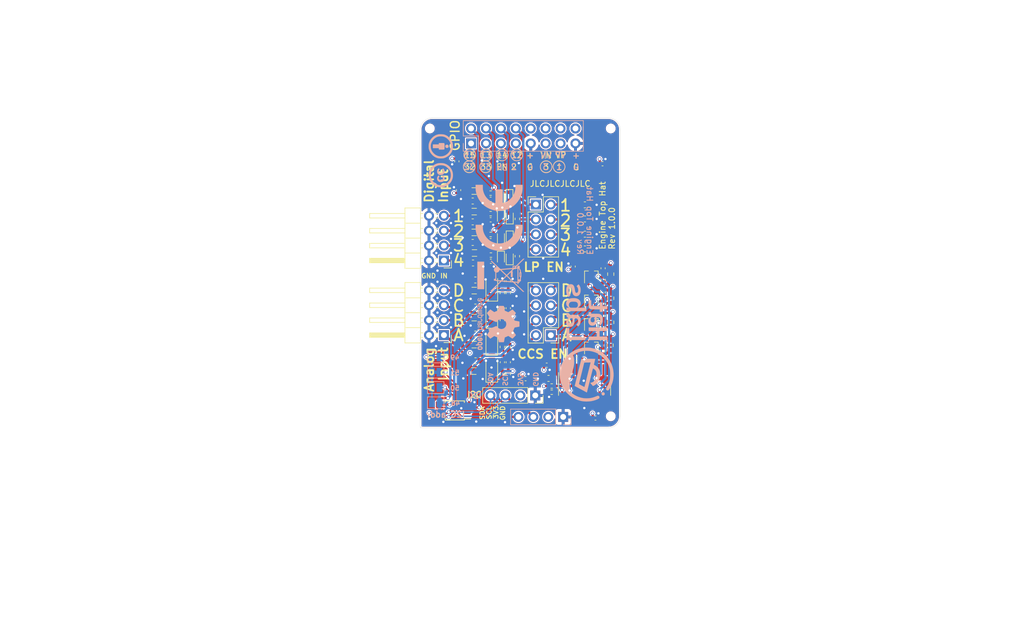
<source format=kicad_pcb>
(kicad_pcb (version 20211014) (generator pcbnew)
  (title_block (title "Engine Top Hat for SH-ESP32") (date "2021-12-31") (rev "1.0.0") (company "Hat Labs Ltd") (comment 1 "https://creativecommons.org/licenses/by-sa/4.0") (comment 2 "To view a copy of this license, visit ") (comment 3 "This design is licensed under CC BY-SA 4.0."))
  (layers (0 "F.Cu" signal) (1 "In1.Cu" power) (2 "In2.Cu" power) (31 "B.Cu" signal) (34 "B.Paste" user) (35 "F.Paste" user) (36 "B.SilkS" user "B.Silkscreen") (37 "F.SilkS" user "F.Silkscreen") (38 "B.Mask" user) (39 "F.Mask" user) (44 "Edge.Cuts" user))
  (net 0 "")
  (net 1 "GND")
  (net 2 "+3V3")
  (net 3 "Net-(C501-Pad1)")
  (net 4 "Net-(C502-Pad1)")
  (net 5 "/Digital input/In1")
  (net 6 "/Digital input/In2")
  (net 7 "/Digital input/In3")
  (net 8 "/Digital input/In4")
  (net 9 "/Digital input/InF1")
  (net 10 "/Digital input/InF2")
  (net 11 "/Digital input/InF3")
  (net 12 "/Digital input/InF4")
  (net 13 "Net-(C309-Pad1)")
  (net 14 "Net-(C310-Pad1)")
  (net 15 "Net-(C311-Pad1)")
  (net 16 "Net-(C312-Pad1)")
  (net 17 "Net-(C503-Pad1)")
  (net 18 "Net-(C504-Pad1)")
  (net 19 "/Analog input/Vin")
  (net 20 "/Analog input/InA")
  (net 21 "/Analog input/InB")
  (net 22 "/Analog input/InC")
  (net 23 "/Analog input/InD")
  (net 24 "/Analog input/InFA")
  (net 25 "/Analog input/InFB")
  (net 26 "/Analog input/InFC")
  (net 27 "/Analog input/InFD")
  (net 28 "/Analog input/ADC_A")
  (net 29 "/Analog input/ADC_B")
  (net 30 "/Analog input/ADC_C")
  (net 31 "/Analog input/ADC_D")
  (net 32 "/DI1")
  (net 33 "/DI2")
  (net 34 "/DI3")
  (net 35 "/DI4")
  (net 36 "/Analog input/SDA")
  (net 37 "/Analog input/SCL")
  (net 38 "/Analog input/IoutA")
  (net 39 "Net-(Q501-Pad2)")
  (net 40 "Net-(Q501-Pad1)")
  (net 41 "/Analog input/IoutB")
  (net 42 "Net-(Q502-Pad2)")
  (net 43 "Net-(Q502-Pad1)")
  (net 44 "/Analog input/IoutC")
  (net 45 "Net-(Q503-Pad2)")
  (net 46 "Net-(Q503-Pad1)")
  (net 47 "/Analog input/IoutD")
  (net 48 "Net-(Q504-Pad2)")
  (net 49 "Net-(Q504-Pad1)")
  (net 50 "/Analog input/ADDR")
  (footprint "Capacitor_SMD:C_0402_1005Metric" (layer "F.Cu") (at 132.2 64.4 90)
    (fp_text reference "C203" hide)
    (fp_text value "100nF" hide)
  )
  (footprint "Package_SO:SOIC-14_3.9x8.7mm_P1.27mm" (layer "F.Cu") (at 153.95 102.3 -90)
    (fp_text reference "U501" hide)
    (fp_text value "LMV324" hide)
  )
  (footprint "Connector_PinHeader_2.54mm:PinHeader_2x04_P2.54mm_Horizontal" (layer "F.Cu") (at 130 93.98 180)
    (fp_text reference "J502" hide)
    (fp_text value "Conn_02x04" hide)
  )
  (footprint "Capacitor_SMD:C_0402_1005Metric" (layer "F.Cu") (at 143.9 101.4 180)
    (fp_text reference "C202" hide)
    (fp_text value "100nF" hide)
  )
  (footprint "Capacitor_SMD:C_0402_1005Metric" (layer "F.Cu") (at 152 82.3 -90)
    (fp_text reference "C204" hide)
    (fp_text value "100nF" hide)
  )
  (footprint "Capacitor_SMD:C_0402_1005Metric" (layer "F.Cu") (at 132.5 69.3 -90)
    (fp_text reference "C207" hide)
    (fp_text value "100nF" hide)
  )
  (footprint "Capacitor_SMD:C_0402_1005Metric" (layer "F.Cu") (at 157.1 90.7 90)
    (fp_text reference "C502" hide)
    (fp_text value "100nF" hide)
  )
  (footprint "Capacitor_SMD:C_0402_1005Metric" (layer "F.Cu") (at 152.6 98 180)
    (fp_text reference "C505" hide)
    (fp_text value "100nF" hide)
  )
  (footprint "Capacitor_SMD:C_0603_1608Metric" (layer "F.Cu") (at 147.8 101.35 180)
    (fp_text reference "C506" hide)
    (fp_text value "68nF" hide)
  )
  (footprint "Package_TO_SOT_SMD:SOT-323_SC-70" (layer "F.Cu") (at 155.1 91.9 90)
    (fp_text reference "Q502" hide)
    (fp_text value "S9015" hide)
  )
  (footprint "Resistor_SMD:R_0402_1005Metric" (layer "F.Cu") (at 157.1 92.7 90)
    (fp_text reference "R502" hide)
    (fp_text value "1k" hide)
  )
  (footprint "Resistor_SMD:R_0603_1608Metric" (layer "F.Cu") (at 158.4 91.8 -90)
    (fp_text reference "R506" hide)
    (fp_text value "30" hide)
  )
  (footprint "Resistor_SMD:R_0402_1005Metric" (layer "F.Cu") (at 148.35 102.65)
    (fp_text reference "R509" hide)
    (fp_text value "1k" hide)
  )
  (footprint "Resistor_SMD:R_0402_1005Metric" (layer "F.Cu") (at 148.35 103.7 180)
    (fp_text reference "R510" hide)
    (fp_text value "10k" hide)
  )
  (footprint "Connector_PinSocket_2.54mm:PinSocket_1x04_P2.54mm_Vertical" (layer "F.Cu") (at 145.55 104.25 -90)
    (fp_text reference "J401" hide)
    (fp_text value "I2C_top" hide)
  )
  (footprint "Capacitor_SMD:C_0402_1005Metric" (layer "F.Cu") (at 157 64.8 180)
    (fp_text reference "C206" hide)
    (fp_text value "100nF" hide)
  )
  (footprint "Capacitor_SMD:C_0402_1005Metric" (layer "F.Cu") (at 155.8 108.1 180)
    (fp_text reference "C201" hide)
    (fp_text value "100nF" hide)
  )
  (footprint "Package_TO_SOT_SMD:SOT-323_SC-70" (layer "F.Cu") (at 155.1 95.9 90)
    (fp_text reference "Q501" hide)
    (fp_text value "S9015" hide)
  )
  (footprint "Resistor_SMD:R_0402_1005Metric" (layer "F.Cu") (at 139.95 100.6 -90)
    (fp_text reference "R511" hide)
    (fp_text value "51k" hide)
  )
  (footprint "Capacitor_SMD:C_0402_1005Metric" (layer "F.Cu") (at 157 94.8 90)
    (fp_text reference "C501" hide)
    (fp_text value "100nF" hide)
  )
  (footprint "Capacitor_SMD:C_0402_1005Metric" (layer "F.Cu") (at 140.95 98.6 90)
    (fp_text reference "C515" hide)
    (fp_text value "470nF" hide)
  )
  (footprint "Resistor_SMD:R_0402_1005Metric" (layer "F.Cu") (at 157 96.7 90)
    (fp_text reference "R501" hide)
    (fp_text value "1k" hide)
  )
  (footprint "Resistor_SMD:R_0603_1608Metric" (layer "F.Cu") (at 158.3 95.7 -90)
    (fp_text reference "R505" hide)
    (fp_text value "30" hide)
  )
  (footprint "Capacitor_SMD:C_0603_1608Metric" (layer "F.Cu") (at 134.9 71.15)
    (fp_text reference "C301" hide)
    (fp_text value "33pF/50V" hide)
  )
  (footprint "Capacitor_SMD:C_0603_1608Metric" (layer "F.Cu") (at 134.9 74.7)
    (fp_text reference "C302" hide)
    (fp_text value "33pF/50V" hide)
  )
  (footprint "Capacitor_SMD:C_0603_1608Metric" (layer "F.Cu") (at 134.9 78.2)
    (fp_text reference "C303" hide)
    (fp_text value "33pF/50V" hide)
  )
  (footprint "Capacitor_SMD:C_0603_1608Metric" (layer "F.Cu") (at 134.95 81.7)
    (fp_text reference "C304" hide)
    (fp_text value "33pF/50V" hide)
  )
  (footprint "Capacitor_SMD:C_0402_1005Metric" (layer "F.Cu") (at 137.95 70.85)
    (fp_text reference "C305" hide)
    (fp_text value "33pF" hide)
  )
  (footprint "Capacitor_SMD:C_0402_1005Metric" (layer "F.Cu") (at 137.95 74.35)
    (fp_text reference "C306" hide)
    (fp_text value "33pF" hide)
  )
  (footprint "Capacitor_SMD:C_0402_1005Metric" (layer "F.Cu") (at 137.95 77.9)
    (fp_text reference "C307" hide)
    (fp_text value "33pF" hide)
  )
  (footprint "Capacitor_SMD:C_0402_1005Metric" (layer "F.Cu") (at 137.98 81.4)
    (fp_text reference "C308" hide)
    (fp_text value "33pF" hide)
  )
  (footprint "Capacitor_SMD:C_0603_1608Metric" (layer "F.Cu") (at 154 79.3)
    (fp_text reference "C309" hide)
    (fp_text value "680pF" hide)
  )
  (footprint "Capacitor_SMD:C_0603_1608Metric" (layer "F.Cu") (at 154 76.8)
    (fp_text reference "C310" hide)
    (fp_text value "680pF" hide)
  )
  (footprint "Capacitor_SMD:C_0603_1608Metric" (layer "F.Cu") (at 154 74.2)
    (fp_text reference "C311" hide)
    (fp_text value "680pF" hide)
  )
  (footprint "Capacitor_SMD:C_0603_1608Metric" (layer "F.Cu") (at 154 71.8)
    (fp_text reference "C312" hide)
    (fp_text value "680pF" hide)
  )
  (footprint "Capacitor_SMD:C_0402_1005Metric" (layer "F.Cu") (at 157.1 86.7 90)
    (fp_text reference "C503" hide)
    (fp_text value "100nF" hide)
  )
  (footprint "Capacitor_SMD:C_0402_1005Metric" (layer "F.Cu") (at 157.1 82.6 90)
    (fp_text reference "C504" hide)
    (fp_text value "100nF" hide)
  )
  (footprint "Capacitor_SMD:C_0603_1608Metric" (layer "F.Cu") (at 135.375 98.35)
    (fp_text reference "C507" hide)
    (fp_text value "1uF" hide)
  )
  (footprint "Capacitor_SMD:C_0603_1608Metric" (layer "F.Cu") (at 135.35 93.8)
    (fp_text reference "C508" hide)
    (fp_text value "1uF" hide)
  )
  (footprint "Capacitor_SMD:C_0603_1608Metric" (layer "F.Cu") (at 135.35 89.2)
    (fp_text reference "C509" hide)
    (fp_text value "1uF" hide)
  )
  (footprint "Capacitor_SMD:C_0603_1608Metric" (layer "F.Cu") (at 135.35 84.6)
    (fp_text reference "C510" hide)
    (fp_text value "1uF" hide)
  )
  (footprint "Capacitor_SMD:C_0402_1005Metric" (layer "F.Cu") (at 139.95 98.6 90)
    (fp_text reference "C511" hide)
    (fp_text value "1uF" hide)
  )
  (footprint "Capacitor_SMD:C_0402_1005Metric" (layer "F.Cu") (at 139.95 94 90)
    (fp_text reference "C512" hide)
    (fp_text value "1uF" hide)
  )
  (footprint "Capacitor_SMD:C_0402_1005Metric" (layer "F.Cu") (at 139.95 89.4 90)
    (fp_text reference "C513" hide)
    (fp_text value "1uF" hide)
  )
  (footprint "Capacitor_SMD:C_0402_1005Metric" (layer "F.Cu") (at 139.95 84.8 90)
    (fp_text reference "C514" hide)
    (fp_text value "1uF" hide)
  )
  (footprint "Capacitor_SMD:C_0402_1005Metric" (layer "F.Cu") (at 140.95 94 90)
    (fp_text reference "C516" hide)
    (fp_text value "470nF" hide)
  )
  (footprint "Capacitor_SMD:C_0402_1005Metric" (layer "F.Cu") (at 140.95 89.4 90)
    (fp_text reference "C517" hide)
    (fp_text value "470nF" hide)
  )
  (footprint "Capacitor_SMD:C_0402_1005Metric" (layer "F.Cu") (at 140.95 84.8 90)
    (fp_text reference "C518" hide)
    (fp_text value "470nF" hide)
  )
  (footprint "Capacitor_SMD:C_0402_1005Metric" (layer "F.Cu") (at 128.3 107.7 -90)
    (fp_text reference "C519" hide)
    (fp_text value "100nF" hide)
  )
  (footprint "Diode_SMD:D_SOD-123F" (layer "F.Cu") (at 138.15 99.8 90)
    (fp_text reference "D501" hide)
    (fp_text value "SMF33A" hide)
  )
  (footprint "Diode_SMD:D_SOD-123F" (layer "F.Cu") (at 138.15 95.2 90)
    (fp_text reference "D502" hide)
    (fp_text value "SMF33A" hide)
  )
  (footprint "Diode_SMD:D_SOD-123F" (layer "F.Cu") (at 138.15 90.6 90)
    (fp_text reference "D503" hide)
    (fp_text value "SMF33A" hide)
  )
  (footprint "Diode_SMD:D_SOD-123F" (layer "F.Cu") (at 138.15 86 90)
    (fp_text reference "D504" hide)
    (fp_text value "SMF33A" hide)
  )
  (footprint "Inductor_SMD:L_0805_2012Metric" (layer "F.Cu") (at 135.15 69.45 180)
    (fp_text reference "FB301" hide)
    (fp_text value "GZ2012D101TF" hide)
  )
  (footprint "Inductor_SMD:L_0805_2012Metric" (layer "F.Cu") (at 135.15 72.95 180)
    (fp_text reference "FB302" hide)
    (fp_text value "GZ2012D101TF" hide)
  )
  (footprint "Inductor_SMD:L_0805_2012Metric" (layer "F.Cu") (at 135.15 76.5 180)
    (fp_text reference "FB303" hide)
    (fp_text value "GZ2012D101TF" hide)
  )
  (footprint "Inductor_SMD:L_0805_2012Metric" (layer "F.Cu") (at 135.2 80 180)
    (fp_text reference "FB304" hide)
    (fp_text value "GZ2012D101TF" hide)
  )
  (footprint "Inductor_SMD:L_0805_2012Metric" (layer "F.Cu") (at 135.0875 100.1 180)
    (fp_text reference "FB501" hide)
    (fp_text value "GZ2012D601TF" hide)
  )
  (footprint "Inductor_SMD:L_0805_2012Metric" (layer "F.Cu") (at 135.15 95.6 180)
    (fp_text reference "FB502" hide)
    (fp_text value "GZ2012D601TF" hide)
  )
  (footprint "Inductor_SMD:L_0805_2012Metric" (layer "F.Cu") (at 135.15 91 180)
    (fp_text reference "FB503" hide)
    (fp_text value "GZ2012D601TF" hide)
  )
  (footprint "Inductor_SMD:L_0805_2012Metric" (layer "F.Cu") (at 135.15 86.4 180)
    (fp_text reference "FB504" hide)
    (fp_text value "GZ2012D601TF" hide)
  )
  (footprint "Connector_PinHeader_2.54mm:PinHeader_2x04_P2.54mm_Horizontal" (layer "F.Cu") (at 130 81.28 180)
    (fp_text reference "J301" hide)
    (fp_text value "Conn_02x04_Odd_Even" hide)
  )
  (footprint "Package_TO_SOT_SMD:SOT-323_SC-70" (layer "F.Cu") (at 155.1 87.9 90)
    (fp_text reference "Q503" hide)
    (fp_text value "S9015" hide)
  )
  (footprint "Package_TO_SOT_SMD:SOT-323_SC-70" (layer "F.Cu") (at 155.1 83.8 90)
    (fp_text reference "Q504" hide)
    (fp_text value "S9015" hide)
  )
  (footprint "Resistor_SMD:R_0402_1005Metric" (layer "F.Cu") (at 137.95 69.8 180)
    (fp_text reference "R301" hide)
    (fp_text value "100k" hide)
  )
  (footprint "Resistor_SMD:R_0402_1005Metric" (layer "F.Cu") (at 137.95 73.3 180)
    (fp_text reference "R302" hide)
    (fp_text value "100k" hide)
  )
  (footprint "Resistor_SMD:R_0402_1005Metric" (layer "F.Cu") (at 137.95 76.85 180)
    (fp_text reference "R303" hide)
    (fp_text value "100k" hide)
  )
  (footprint "Resistor_SMD:R_0402_1005Metric" (layer "F.Cu") (at 138 80.35 180)
    (fp_text reference "R304" hide)
    (fp_text value "100k" hide)
  )
  (footprint "Resistor_SMD:R_0402_1005Metric" (layer "F.Cu") (at 157.1 88.7 90)
    (fp_text reference "R503" hide)
    (fp_text value "1k" hide)
  )
  (footprint "Resistor_SMD:R_0402_1005Metric" (layer "F.Cu") (at 157.1 84.6 90)
    (fp_text reference "R504" hide)
    (fp_text value "1k" hide)
  )
  (footprint "Resistor_SMD:R_0603_1608Metric" (layer "F.Cu") (at 158.4 87.7 -90)
    (fp_text reference "R507" hide)
    (fp_text value "30" hide)
  )
  (footprint "Resistor_SMD:R_0603_1608Metric" (layer "F.Cu") (at 158.4 83.6 -90)
    (fp_text reference "R508" hide)
    (fp_text value "30" hide)
  )
  (footprint "Resistor_SMD:R_0402_1005Metric" (layer "F.Cu") (at 140.95 100.6 90)
    (fp_text reference "R512" hide)
    (fp_text value "3.9k" hide)
  )
  (footprint "Resistor_SMD:R_0402_1005Metric" (layer "F.Cu") (at 139.95 96 -90)
    (fp_text reference "R513" hide)
    (fp_text value "51k" hide)
  )
  (footprint "Resistor_SMD:R_0402_1005Metric" (layer "F.Cu") (at 140.95 96 90)
    (fp_text reference "R514" hide)
    (fp_text value "3.9k" hide)
  )
  (footprint "Resistor_SMD:R_0402_1005Metric" (layer "F.Cu") (at 139.95 91.4 -90)
    (fp_text reference "R515" hide)
    (fp_text value "51k" hide)
  )
  (footprint "Resistor_SMD:R_0402_1005Metric" (layer "F.Cu") (at 140.95 91.4 90)
    (fp_text reference "R516" hide)
    (fp_text value "3.9k" hide)
  )
  (footprint "Resistor_SMD:R_0402_1005Metric" (layer "F.Cu") (at 139.95 86.8 -90)
    (fp_text reference "R517" hide)
    (fp_text value "51k" hide)
  )
  (footprint "Resistor_SMD:R_0402_1005Metric" (layer "F.Cu") (at 140.95 86.8 90)
    (fp_text reference "R518" hide)
    (fp_text value "3.9k" hide)
  )
  (footprint "Package_SO:TSSOP-10_3x3mm_P0.5mm" (layer "F.Cu") (at 131.85 106.8 180)
    (fp_text reference "U502" hide)
    (fp_text value "ADS1115IDGS" hide)
  )
  (footprint "Diode_SMD:D_SOD-523" (layer "F.Cu") (at 139.65 70.35 90)
    (fp_text reference "D301" hide)
    (fp_text value "MSK4005" hide)
  )
  (footprint "Diode_SMD:D_SOD-523" (layer "F.Cu") (at 141.15 70.35 -90)
    (fp_text reference "D302" hide)
    (fp_text value "MSK4005" hide)
  )
  (footprint "Diode_SMD:D_SOD-523" (layer "F.Cu") (at 139.7 73.9 -90)
    (fp_text reference "D303" hide)
    (fp_text value "MSK4005" hide)
  )
  (footprint "Diode_SMD:D_SOD-523" (layer "F.Cu") (at 141.2 73.9 90)
    (fp_text reference "D304" hide)
    (fp_text value "MSK4005" hide)
  )
  (footprint "Diode_SMD:D_SOD-523" (layer "F.Cu") (at 139.7 77.4 90)
    (fp_text reference "D305" hide)
    (fp_text value "MSK4005" hide)
  )
  (footprint "Diode_SMD:D_SOD-523" (layer "F.Cu") (at 141.2 77.4 -90)
    (fp_text reference "D306" hide)
    (fp_text value "MSK4005" hide)
  )
  (footprint "Diode_SMD:D_SOD-523" (layer "F.Cu") (at 139.7 80.85 -90)
    (fp_text reference "D307" hide)
    (fp_text value "MSK4005" hide)
  )
  (footprint "Diode_SMD:D_SOD-523" (layer "F.Cu") (at 141.2 80.85 90)
    (fp_text reference "D308" hide)
    (fp_text value "MSK4005" hide)
  )
  (footprint "Connector_PinHeader_2.54mm:PinHeader_2x04_P2.54mm_Vertical" (layer "F.Cu") (at 145.65 71.75)
    (fp_text reference "J302" hide)
    (fp_text value "Conn_02x04_Odd_Even" hide)
  )
  (footprint "Connector_PinHeader_2.54mm:PinHeader_2x04_P2.54mm_Vertical" (layer "F.Cu") (at 148.2 94 180)
    (fp_text reference "J501" hide)
    (fp_text value "Conn_02x04_Odd_Even" hide)
  )
  (footprint "Resistor_SMD:R_0402_1005Metric" (layer "F.Cu") (at 142.45 70.65 -90)
    (fp_text reference "R305" hide)
    (fp_text value "1M" hide)
  )
  (footprint "Resistor_SMD:R_0402_1005Metric" (layer "F.Cu") (at 142.5 74.2 90)
    (fp_text reference "R306" hide)
    (fp_text value "1M" hide)
  )
  (footprint "Resistor_SMD:R_0402_1005Metric" (layer "F.Cu") (at 142.5 77.1 -90)
    (fp_text reference "R307" hide)
    (fp_text value "1M" hide)
  )
  (footprint "Resistor_SMD:R_0402_1005Metric" (layer "F.Cu") (at 142.5 80.55 90)
    (fp_text reference "R308" hide)
    (fp_text value "1M" hide)
  )
  (footprint "Capacitor_SMD:C_0402_1005Metric" (layer "F.Cu") (at 147.5 99.1 180)
    (fp_text reference "C205" hide)
    (fp_text value "100nF" hide)
  )
  (footprint "Connector_PinHeader_2.54mm:PinHeader_1x04_P2.54mm_Vertical" (layer "B.Cu") (at 150.3 107.91 90)
    (fp_text reference "J402" hide)
    (fp_text value "I2C_bottom" hide)
  )
  (footprint "Symbol:OSHW-Logo2_9.8x8mm_SilkScreen" (layer "B.Cu") (at 139.15 92.1 90)
    (fp_text reference "REF**" hide)
    (fp_text value "OSHW-Logo2_9.8x8mm_SilkScreen" hide)
  )
  (footprint "Connector_PinSocket_2.54mm:PinSocket_2x08_P2.54mm_Vertical" (layer "B.Cu") (at 134.62 61.34 -90)
    (fp_text reference "J403" hide)
    (fp_text value "GPIO subset" hide)
  )
  (footprint "SH-ESP32-tank-hat:Hat_Labs_20mm" (layer "B.Cu") (at 154.3 95.3 90)
    (fp_text reference "G***" hide)
    (fp_text value "LOGO" hide)
  )
  (footprint "Jumper:SolderJumper-2_P1.3mm_Open_Pad1.0x1.5mm" (layer "B.Cu") (at 128.6 102.9)
    (fp_text reference "JP503" hide)
    (fp_text value "Open" hide)
  )
  (footprint "Jumper:SolderJumper-2_P1.3mm_Open_Pad1.0x1.5mm" (layer "B.Cu") (at 128.6 97.7)
    (fp_text reference "JP501" hide)
    (fp_text value "Open" hide)
  )
  (footprint "Jumper:SolderJumper-2_P1.3mm_Bridged_Pad1.0x1.5mm" (layer "B.Cu") (at 128.6 100.3)
    (fp_text reference "JP502" hide)
    (fp_text value "Bridged" hide)
  )
  (footprint "Jumper:SolderJumper-2_P1.3mm_Open_Pad1.0x1.5mm" (layer "B.Cu") (at 128.6 105.5)
    (fp_text reference "JP504" hide)
    (fp_text value "Open" hide)
  )
  (footprint "SH-ESP32-tank-hat:cc-by_5mm" (layer "B.Cu") (at 129.4 64.3 90)
    (fp_text reference "G***" hide)
    (fp_text value "LOGO" hide)
  )
  (footprint "Symbol:CE-Logo_11.2x8mm_SilkScreen" (layer "B.Cu") (at 139.4 74 90)
    (fp_text reference "REF**" hide)
    (fp_text value "CE-Logo_11.2x8mm_SilkScreen" hide)
  )
  (footprint "Symbol:WEEE-Logo_5.6x8mm_SilkScreen" (layer "B.Cu") (at 139.7 83.8 90)
    (fp_text reference "REF**" hide)
    (fp_text value "WEEE-Logo_5.6x8mm_SilkScreen" hide)
  )
  (gr_circle (center 147.4 65.35) (end 148.4 65.35) (layer "B.SilkS") (width 0.12) (fill none))
  (gr_circle (center 149.6 65.35) (end 150.6 65.35) (layer "B.SilkS") (width 0.12) (fill none))
  (gr_circle (center 137.1 65.35) (end 138.1 65.35) (layer "B.SilkS") (width 0.12) (fill none))
  (gr_circle (center 134.3 65.35) (end 135.3 65.35) (layer "B.SilkS") (width 0.12) (fill none))
  (gr_circle (center 134.4 63.3) (end 135.4 63.3) (layer "B.SilkS") (width 0.12) (fill none))
  (gr_circle (center 137.2 63.3) (end 138.2 63.3) (layer "B.SilkS") (width 0.12) (fill none))
  (gr_circle (center 139.9 63.3) (end 140.9 63.3) (layer "B.SilkS") (width 0.12) (fill none))
  (gr_circle (center 142.4 63.3) (end 143.4 63.3) (layer "B.SilkS") (width 0.12) (fill none))
  (gr_circle (center 149.6 65.3) (end 150.6 65.3) (layer "F.SilkS") (width 0.12) (fill none))
  (gr_circle (center 147.4 65.3) (end 148.4 65.3) (layer "F.SilkS") (width 0.12) (fill none))
  (gr_circle (center 137.1 65.3) (end 138.1 65.3) (layer "F.SilkS") (width 0.12) (fill none))
  (gr_circle (center 134.3 65.3) (end 135.3 65.3) (layer "F.SilkS") (width 0.12) (fill none))
  (gr_circle (center 134.4 63.3) (end 135.4 63.3) (layer "F.SilkS") (width 0.12) (fill none))
  (gr_circle (center 142.4 63.3) (end 143.4 63.3) (layer "F.SilkS") (width 0.12) (fill none))
  (gr_circle (center 139.9 63.3) (end 140.9 63.3) (layer "F.SilkS") (width 0.12) (fill none))
  (gr_circle (center 137.2 63.3) (end 138.2 63.3) (layer "F.SilkS") (width 0.12) (fill none))
  (gr_line (start 158 57) (end 143 57) (layer "Edge.Cuts") (width 0.05))
  (gr_line (start 126 109.75) (end 158 109.75) (layer "Edge.Cuts") (width 0.05))
  (gr_arc (start 160 107.75) (mid 159.414214 109.164214) (end 158 109.75) (layer "Edge.Cuts") (width 0.05))
  (gr_line (start 126 109.75) (end 126 59) (layer "Edge.Cuts") (width 0.05))
  (gr_line (start 160 107.75) (end 160 74) (layer "Edge.Cuts") (width 0.05))
  (gr_arc (start 158 57) (mid 159.414214 57.585786) (end 160 59) (layer "Edge.Cuts") (width 0.05))
  (gr_line (start 128 57) (end 143 57) (layer "Edge.Cuts") (width 0.05))
  (gr_line (start 160 74) (end 160 59) (layer "Edge.Cuts") (width 0.05))
  (gr_arc (start 126 59) (mid 126.585786 57.585786) (end 128 57) (layer "Edge.Cuts") (width 0.05))
  (gr_text "+" (at 152.5 63.4) (layer "B.SilkS") (effects (font (size 1 1) (thickness 0.16)) (justify mirror)))
  (gr_text "G" (at 152.5 65.35) (layer "B.SilkS") (effects (font (size 1 1) (thickness 0.16)) (justify mirror)))
  (gr_text "G" (at 144.7 65.45) (layer "B.SilkS") (effects (font (size 1 1) (thickness 0.16)) (justify mirror)))
  (gr_text "+" (at 144.7 63.4) (layer "B.SilkS") (effects (font (size 1 1) (thickness 0.16)) (justify mirror)))
  (gr_text "13" (at 137.2 63.35) (layer "B.SilkS") (effects (font (size 1 1) (thickness 0.16)) (justify mirror)))
  (gr_text "12" (at 142.4 63.35) (layer "B.SilkS") (effects (font (size 1 1) (thickness 0.16)) (justify mirror)))
  (gr_text "14" (at 139.9 63.35) (layer "B.SilkS") (effects (font (size 1 1) (thickness 0.16)) (justify mirror)))
  (gr_text "33" (at 137.1 65.35) (layer "B.SilkS") (effects (font (size 1 1) (thickness 0.16)) (justify mirror)))
  (gr_text "32" (at 134.3 65.35) (layer "B.SilkS") (effects (font (size 1 1) (thickness 0.16)) (justify mirror)))
  (gr_text "VN" (at 147.4 63.45) (layer "B.SilkS") (effects (font (size 1 1) (thickness 0.16)) (justify mirror)))
  (gr_text "VP" (at 149.8 63.35) (layer "B.SilkS") (effects (font (size 1 1) (thickness 0.16)) (justify mirror)))
  (gr_text "EN" (at 139.9 65.45) (layer "B.SilkS") (effects (font (size 1 1) (thickness 0.16)) (justify mirror)))
  (gr_text "15" (at 134.3 63.35) (layer "B.SilkS") (effects (font (size 1 1) (thickness 0.16)) (justify mirror)))
  (gr_text "2" (at 141.9 65.35) (layer "B.SilkS") (effects (font (size 1 1) (thickness 0.16)) (justify mirror)))
  (gr_text "3" (at 147.3 65.35) (layer "B.SilkS") (effects (font (size 1 1) (thickness 0.16)) (justify mirror)))
  (gr_text "1" (at 149.6 65.35) (layer "B.SilkS") (effects (font (size 1 1) (thickness 0.16)) (justify mirror)))
  (gr_text "I2C" (at 135.2 104.3) (layer "B.SilkS") (effects (font (size 1 1) (thickness 0.2)) (justify mirror)))
  (gr_text "GND" (at 145.6 101.5 270) (layer "B.SilkS") (effects (font (size 0.8 0.8) (thickness 0.16)) (justify mirror)))
  (gr_text "3V3" (at 143 101.5 270) (layer "B.SilkS") (effects (font (size 0.8 0.8) (thickness 0.16)) (justify mirror)))
  (gr_text "SDA" (at 137.9 101.5 270) (layer "B.SilkS") (effects (font (size 0.8 0.8) (thickness 0.16)) (justify mirror)))
  (gr_text "SCL" (at 140.4 101.5 270) (layer "B.SilkS") (effects (font (size 0.8 0.8) (thickness 0.16)) (justify mirror)))
  (gr_text "49" (at 131 97.8) (layer "B.SilkS") (effects (font (size 0.8 0.8) (thickness 0.16)) (justify right mirror)))
  (gr_text "51" (at 131 100.4) (layer "B.SilkS") (effects (font (size 0.8 0.8) (thickness 0.16)) (justify right mirror)))
  (gr_text "48" (at 131.1 105.6) (layer "B.SilkS") (effects (font (size 0.8 0.8) (thickness 0.16)) (justify right mirror)))
  (gr_text "I2C addr" (at 130.3 107.5) (layer "B.SilkS") (effects (font (size 1 1) (thickness 0.2)) (justify mirror)))
  (gr_text "50" (at 131 103) (layer "B.SilkS") (effects (font (size 0.8 0.8) (thickness 0.16)) (justify right mirror)))
  (gr_text "Engine Top Hat\nRev 1.0.0" (at 154 80.4 -90) (layer "B.SilkS") (effects (font (size 1 1) (thickness 0.16)) (justify left mirror)))
  (gr_text "SCL" (at 137.7 107.2 90) (layer "F.SilkS") (effects (font (size 0.8 0.8) (thickness 0.16))))
  (gr_text "SDA" (at 136.55 107.25 90) (layer "F.SilkS") (effects (font (size 0.8 0.8) (thickness 0.16))))
  (gr_text "3V3" (at 138.85 107.15 90) (layer "F.SilkS") (effects (font (size 0.8 0.8) (thickness 0.16))))
  (gr_text "GND" (at 140 107.25 90) (layer "F.SilkS") (effects (font (size 0.8 0.8) (thickness 0.16))))
  (gr_text "B" (at 132.5 91.5) (layer "F.SilkS") (effects (font (size 2 2) (thickness 0.3))))
  (gr_text "GPIO" (at 131.9 60 90) (layer "F.SilkS") (effects (font (size 1.5 1.5) (thickness 0.24))))
  (gr_text "+" (at 152.5 63.4) (layer "F.SilkS") (effects (font (size 1 1) (thickness 0.16))))
  (gr_text "+" (at 144.65 63.35) (layer "F.SilkS") (effects (font (size 1 1) (thickness 0.16))))
  (gr_text "G" (at 152.5 65.4) (layer "F.SilkS") (effects (font (size 1 1) (thickness 0.16))))
  (gr_text "G" (at 144.65 65.35) (layer "F.SilkS") (effects (font (size 1 1) (thickness 0.16))))
  (gr_text "3" (at 147.4 65.35) (layer "F.SilkS") (effects (font (size 1 1) (thickness 0.16))))
  (gr_text "1" (at 149.65 65.35) (layer "F.SilkS") (effects (font (size 1 1) (thickness 0.16))))
  (gr_text "2" (at 141.9 65.35) (layer "F.SilkS") (effects (font (size 1 1) (thickness 0.16))))
  (gr_text "15" (at 134.4 63.35) (layer "F.SilkS") (effects (font (size 1 1) (thickness 0.16))))
  (gr_text "EN" (at 139.9 65.35) (layer "F.SilkS") (effects (font (size 1 1) (thickness 0.16))))
  (gr_text "VP" (at 149.9 63.35) (layer "F.SilkS") (effects (font (size 1 1) (thickness 0.16))))
  (gr_text "VN" (at 147.4 63.35) (layer "F.SilkS") (effects (font (size 1 1) (thickness 0.16))))
  (gr_text "32" (at 134.4 65.35) (layer "F.SilkS") (effects (font (size 1 1) (thickness 0.16))))
  (gr_text "33" (at 137.15 65.35) (layer "F.SilkS") (effects (font (size 1 1) (thickness 0.16))))
  (gr_text "14" (at 139.9 63.35) (layer "F.SilkS") (effects (font (size 1 1) (thickness 0.16))))
  (gr_text "12" (at 142.4 63.35) (layer "F.SilkS") (effects (font (size 1 1) (thickness 0.16))))
  (gr_text "13" (at 137.15 63.35) (layer "F.SilkS") (effects (font (size 1 1) (thickness 0.16))))
  (gr_text "GND" (at 127.4 83.9) (layer "F.SilkS") (effects (font (size 0.8 0.8) (thickness 0.16))))
  (gr_text "Engine Top Hat\nRev 1.0.0" (at 157.8 79.5 90) (layer "F.SilkS") (effects (font (size 1 1) (thickness 0.16)) (justify left)))
  (gr_text "C" (at 132.5 89) (layer "F.SilkS") (effects (font (size 2 2) (thickness 0.3))))
  (gr_text "D" (at 132.5 86.4) (layer "F.SilkS") (effects (font (size 2 2) (thickness 0.3))))
  (gr_text "IN" (at 130 83.9) (layer "F.SilkS") (effects (font (size 0.8 0.8) (thickness 0.16))))
  (gr_text "1" (at 132.5 73.7) (layer "F.SilkS") (effects (font (size 2 2) (thickness 0.3))))
  (gr_text "Analog\nInput" (at 128.7 95.9 90) (layer "F.SilkS") (effects (font (size 1.5 1.5) (thickness 0.3)) (justify right)))
  (gr_text "I2C" (at 135.2 104.1) (layer "F.SilkS") (effects (font (size 1 1) (thickness 0.2))))
  (gr_text "B" (at 150.9 91.5) (layer "F.SilkS") (effects (font (size 2 2) (thickness 0.3))))
  (gr_text "A" (at 150.9 94) (layer "F.SilkS") (effects (font (size 2 2) (thickness 0.3))))
  (gr_text "C" (at 150.9 89) (layer "F.SilkS") (effects (font (size 2 2) (thickness 0.3))))
  (gr_text "D" (at 150.9 86.4) (layer "F.SilkS") (effects (font (size 2 2) (thickness 0.3))))
  (gr_text "1" (at 150.7 71.9) (layer "F.SilkS") (effects (font (size 2 2) (thickness 0.3))))
  (gr_text "3" (at 150.7 76.9) (layer "F.SilkS") (effects (font (size 2 2) (thickness 0.3))))
  (gr_text "4" (at 150.7 79.5) (layer "F.SilkS") (effects (font (size 2 2) (thickness 0.3))))
  (gr_text "2" (at 150.7 74.5) (layer "F.SilkS") (effects (font (size 2 2) (thickness 0.3))))
  (gr_text "3" (at 132.5 78.7) (layer "F.SilkS") (effects (font (size 2 2) (thickness 0.3))))
  (gr_text "4" (at 132.5 81.3) (layer "F.SilkS") (effects (font (size 2 2) (thickness 0.3))))
  (gr_text "LP EN" (at 147 82.4) (layer "F.SilkS") (effects (font (size 1.5 1.5) (thickness 0.3))))
  (gr_text "A" (at 132.5 94) (layer "F.SilkS") (effects (font (size 2 2) (thickness 0.3))))
  (gr_text "CCS EN" (at 146.8 97.2) (layer "F.SilkS") (effects (font (size 1.5 1.5) (thickness 0.3))))
  (gr_text "Digital\nInput" (at 128.7 71.6 90) (layer "F.SilkS") (effects (font (size 1.5 1.5) (thickness 0.3)) (justify left)))
  (gr_text "JLCJLCJLCJLC" (at 149.8 68.2) (layer "F.SilkS") (effects (font (size 1 1) (thickness 0.16))))
  (gr_text "2" (at 132.5 76.3) (layer "F.SilkS") (effects (font (size 2 2) (thickness 0.3))))
  (via (at 134.4 97) (size 0.6) (drill 0.4) (layers "F.Cu" "B.Cu") (net 0))
  (segment (start 147.98 99.1) (end 147.98 99.88) (width 0.4) (layer "F.Cu") (net 1))
  (segment (start 136.25 71.15) (end 136.6 71.5) (width 0.4) (layer "F.Cu") (net 1))
  (segment (start 139.38 88.92) (end 139.1 89.2) (width 0.4) (layer "F.Cu") (net 1))
  (segment (start 137.2 84.6) (end 137.1 84.5) (width 0.4) (layer "F.Cu") (net 1))
  (segment (start 136.125 84.6) (end 137 84.6) (width 0.4) (layer "F.Cu") (net 1))
  (segment (start 141.62 88.92) (end 141.7 89) (width 0.4) (layer "F.Cu") (net 1))
  (segment (start 139.95 84.32) (end 139.94701 84.32) (width 0.4) (layer "F.Cu") (net 1))
  (segment (start 136.125 89.2) (end 137.1 89.2) (width 0.4) (layer "F.Cu") (net 1))
  (segment (start 138.15 84.6) (end 137.2 84.6) (width 0.4) (layer "F.Cu") (net 1))
  (segment (start 139.932536 84.32701) (end 139.94 84.32701) (width 0.4) (layer "F.Cu") (net 1))
  (segment (start 154.775 76.8) (end 156 76.8) (width 0.4) (layer "F.Cu") (net 1))
  (segment (start 141.2 78.1) (end 141.2 79.1) (width 0.4) (layer "F.Cu") (net 1))
  (segment (start 138.43 71.662501) (end 138.378982 71.713519) (width 0.4) (layer "F.Cu") (net 1))
  (segment (start 144.38 101.4) (end 144.38 100.62) (width 0.4) (layer "F.Cu") (net 1))
  (segment (start 127.52 108.18) (end 127.5 108.2) (width 0.4) (layer "F.Cu") (net 1))
  (segment (start 136.1 81.7) (end 136.7 82.3) (width 0.4) (layer "F.Cu") (net 1))
  (segment (start 138.43 70.85) (end 138.43 71.662501) (width 0.4) (layer "F.Cu") (net 1))
  (segment (start 140.95 88.92) (end 141.62 88.92) (width 0.4) (layer "F.Cu") (net 1))
  (segment (start 140.95 88.92) (end 139.95 88.92) (width 0.4) (layer "F.Cu") (net 1))
  (segment (start 134 106.8) (end 133.320804 106.8) (width 0.25) (layer "F.Cu") (net 1))
  (segment (start 141.2 72.22701) (end 141.32701 72.1) (width 0.4) (layer "F.Cu") (net 1))
  (segment (start 141.15 71.05) (end 141.15 71.92299) (width 0.4) (layer "F.Cu") (net 1))
  (segment (start 138.15 93.8) (end 139.1 93.8) (width 0.4) (layer "F.Cu") (net 1))
  (segment (start 141.784011 98.12) (end 141.8 98.104011) (width 0.4) (layer "F.Cu") (net 1))
  (segment (start 135.675 78.2) (end 136.2 78.2) (width 0.4) (layer "F.Cu") (net 1))
  (segment (start 140.95 84.32) (end 139.95 84.32) (width 0.4) (layer "F.Cu") (net 1))
  (segment (start 144.38 100.62) (end 144.4 100.6) (width 0.4) (layer "F.Cu") (net 1))
  (segment (start 138.15 98.4) (end 138.15 99.45) (width 0.4) (layer "F.Cu") (net 1))
  (segment (start 155.9 79.3) (end 156 79.2) (width 0.4) (layer "F.Cu") (net 1))
  (segment (start 141.2 73.2) (end 141.2 72.22701) (width 0.4) (layer "F.Cu") (net 1))
  (segment (start 137.15 98.35) (end 138.1 98.35) (width 0.4) (layer "F.Cu") (net 1))
  (segment (start 139.95 93.52) (end 139.38 93.52) (width 0.4) (layer "F.Cu") (net 1))
  (segment (start 156.28 108.1) (end 156.28 107.32) (width 0.4) (layer "F.Cu") (net 1))
  (segment (start 137 84.6) (end 137.1 84.5) (width 0.4) (layer "F.Cu") (net 1))
  (segment (start 138.15 93.8) (end 137.1 93.8) (width 0.4) (layer "F.Cu") (net 1))
  (segment (start 135.675 74.7) (end 136.2 74.7) (width 0.4) (layer "F.Cu") (net 1))
  (segment (start 139.95 98.12) (end 140.95 98.12) (width 0.4) (layer "F.Cu") (net 1))
  (segment (start 132.2 64.88) (end 131.42 64.88) (width 0.4) (layer "F.Cu") (net 1))
  (segment (start 140.95 93.52) (end 139.95 93.52) (width 0.4) (layer "F.Cu") (net 1))
  (segment (start 138.15 84.6) (end 138.677011 85.127011) (width 0.4) (layer "F.Cu") (net 1))
  (segment (start 139.1 98.4) (end 139.67 98.4) (width 0.4) (layer "F.Cu") (net 1))
  (segment (start 138.15 89.2) (end 137.1 89.2) (width 0.4) (layer "F.Cu") (net 1))
  (segment (start 147.84 104.44) (end 147.9 104.5) (width 0.4) (layer "F.Cu") (net 1))
  (segment (start 138.15 99.45) (end 138.1 99.5) (width 0.4) (layer "F.Cu") (net 1))
  (segment (start 138.46 82.26) (end 138.5 82.3) (width 0.4) (layer "F.Cu") (net 1))
  (segment (start 139.95 88.92) (end 139.38 88.92) (width 0.4) (layer "F.Cu") (net 1))
  (segment (start 157.48 64.02) (end 157.5 64) (width 0.4) (layer "F.Cu") (net 1))
  (segment (start 138.46 81.4) (end 138.46 82.26) (width 0.4) (layer "F.Cu") (net 1))
  (segment (start 153.95 104.775) (end 153.95 106.35) (width 0.4) (layer "F.Cu") (net 1))
  (segment (start 141.69 96.51) (end 141.7 96.5) (width 0.4) (layer "F.Cu") (net 1))
  (segment (start 135.725 81.7) (end 136.1 81.7) (width 0.4) (layer "F.Cu") (net 1))
  (segment (start 135.675 71.15) (end 136.25 71.15) (width 0.4) (layer "F.Cu") (net 1))
  (segment (start 154.775 79.3) (end 155.9 79.3) (width 0.4) (layer "F.Cu") (net 1))
  (segment (start 152.12 98) (end 151.4 98) (width 0.4) (layer "F.Cu") (net 1))
  (segment (start 154.775 74.2) (end 156 74.2) (width 0.4) (layer "F.Cu") (net 1))
  (segment (start 136.2 78.2) (end 136.6 78.6) (width 0.4) (layer "F.Cu") (net 1))
  (segment (start 151.22 81.82) (end 151.2 81.8) (width 0.4) (layer "F.Cu") (net 1))
  (segment (start 131.72 68.82) (end 131.7 68.8) (width 0.4) (layer "F.Cu") (net 1))
  (segment (start 139.38 93.52) (end 139.2 93.7) (width 0.4) (layer "F.Cu") (net 1))
  (segment (start 140.95 98.12) (end 141.784011 98.12) (width 0.4) (layer "F.Cu") (net 1))
  (segment (start 138.15 89.2) (end 139.1 89.2) (width 0.4) (layer "F.Cu") (net 1))
  (segment (start 147.84 103.7) (end 147.84 104.44) (width 0.4) (layer "F.Cu") (net 1))
  (segment (start 141.62 93.52) (end 141.7 93.6) (width 0.4) (layer "F.Cu") (net 1))
  (segment (start 133.320804 106.8) (end 132.95201 106.431206) (width 0.25) (layer "F.Cu") (net 1))
  (segment (start 136.2 74.7) (end 136.6 75.1) (width 0.4) (layer "F.Cu") (net 1))
  (segment (start 136.125 93.8) (end 137.1 93.8) (width 0.4) (layer "F.Cu") (net 1))
  (segment (start 147.98 99.88) (end 148 99.9) (width 0.4) (layer "F.Cu") (net 1))
  (segment (start 140.95 84.32) (end 141.62 84.32) (width 0.4) (layer "F.Cu") (net 1))
  (segment (start 157.48 64.8) (end 157.48 64.02) (width 0.4) (layer "F.Cu") (net 1))
  (segment (start 146.05 101.35) (end 146 101.4) (width 0.4) (layer "F.Cu") (net 1))
  (segment (start 141.62 84.32) (end 141.7 84.4) (width 0.4) (layer "F.Cu") (net 1))
  (segment (start 140.95 93.52) (end 141.62 93.52) (width 0.4) (layer "F.Cu") (net 1))
  (segment (start 139.132535 85.127011) (end 139.932536 84.32701) (width 0.4) (layer "F.Cu") (net 1))
  (segment (start 138.43 75.17) (end 138.4 75.2) (width 0.4) (layer "F.Cu") (net 1))
  (segment (start 138.677011 85.127011) (end 139.132535 85.127011) (width 0.4) (layer "F.Cu") (net 1))
  (segment (start 154.775 71.8) (end 156 71.8) (width 0.4) (layer "F.Cu") (net 1))
  (segment (start 132.5 68.82) (end 131.72 68.82) (width 0.4) (layer "F.Cu") (net 1))
  (segment (start 128.3 108.18) (end 127.52 108.18) (width 0.4) (layer "F.Cu") (net 1))
  (segment (start 141.79 101.11) (end 141.8 101.1) (width 0.4) (layer "F.Cu") (net 1))
  (segment (start 138.43 77.9) (end 138.43 78.67) (width 0.4) (layer "F.Cu") (net 1))
  (segment (start 131.42 64.88) (end 131.4 64.9) (width 0.4) (layer "F.Cu") (net 1))
  (segment (start 153.95 106.35) (end 153.9 106.4) (width 0.4) (layer "F.Cu") (net 1))
  (segment (start 138.43 74.35) (end 138.43 75.17) (width 0.4) (layer "F.Cu") (net 1))
  (segment (start 140.95 101.11) (end 141.79 101.11) (width 0.4) (layer "F.Cu") (net 1))
  (segment (start 138.15 98.4) (end 139.1 98.4) (width 0.4) (layer "F.Cu") (net 1))
  (segment (start 152 81.82) (end 151.22 81.82) (width 0.4) (layer "F.Cu") (net 1))
  (segment (start 139.67 98.4) (end 139.95 98.12) (width 0.4) (layer "F.Cu") (net 1))
  (segment (start 156.28 107.32) (end 156.3 107.3) (width 0.4) (layer "F.Cu") (net 1))
  (segment (start 140.95 96.51) (end 141.69 96.51) (width 0.4) (layer "F.Cu") (net 1))
  (segment (start 141.2 80.15) (end 141.2 79.1) (width 0.4) (layer "F.Cu") (net 1))
  (segment (start 141.15 71.92299) (end 141.32701 72.1) (width 0.4) (layer "F.Cu") (net 1))
  (segment (start 139.94701 84.32) (end 139.94 84.32701) (width 0.4) (layer "F.Cu") (net 1))
  (segment (start 147.025 101.35) (end 146.05 101.35) (width 0.4) (layer "F.Cu") (net 1))
  (segment (start 139.1 93.8) (end 139.2 93.7) (width 0.4) (layer "F.Cu") (net 1))
  (segment (start 138.43 78.67) (end 138.4 78.7) (width 0.4) (layer "F.Cu") (net 1))
  (segment (start 138.1 98.35) (end 138.15 98.4) (width 0.4) (layer "F.Cu") (net 1))
  (segment (start 136.15 98.35) (end 137.15 98.35) (width 0.4) (layer "F.Cu") (net 1))
  (via (at 148 99.9) (size 0.6) (drill 0.4) (layers "F.Cu" "B.Cu") (net 1))
  (via (at 141.7 93.6) (size 0.6) (drill 0.4) (layers "F.Cu" "B.Cu") (net 1))
  (via (at 131.2 90.15) (size 0.6) (drill 0.4) (layers "F.Cu" "B.Cu") (net 1))
  (via (at 156 74.2) (size 0.8) (drill 0.4) (layers "F.Cu" "B.Cu") (net 1))
  (via (at 142.75 64.7) (size 0.6) (drill 0.4) (layers "F.Cu" "B.Cu") (net 1))
  (via (at 156.3 107.3) (size 0.6) (drill 0.4) (layers "F.Cu" "B.Cu") (net 1))
  (via (at 146.9 80.9) (size 0.6) (drill 0.4) (layers "F.Cu" "B.Cu") (net 1))
  (via (at 151.4 98) (size 0.6) (drill 0.4) (layers "F.Cu" "B.Cu") (net 1))
  (via (at 141.7 84.4) (size 0.6) (drill 0.4) (layers "F.Cu" "B.Cu") (net 1))
  (via (at 147.9 104.5) (size 0.6) (drill 0.4) (layers "F.Cu" "B.Cu") (net 1))
  (via (at 143.65 89.95) (size 0.6) (drill 0.4) (layers "F.Cu" "B.Cu") (net 1))
  (via (at 153.9 106.4) (size 0.6) (drill 0.4) (layers "F.Cu" "B.Cu") (net 1))
  (via (at 136.45 64.25) (size 0.6) (drill 0.4) (layers "F.Cu" "B.Cu") (net 1))
  (via (at 128.9 92.65) (size 0.6) (drill 0.4) (layers "F.Cu" "B.Cu") (net 1))
  (via (at 133.1 73.8) (size 0.6) (drill 0.4) (layers "F.Cu" "B.Cu") (net 1))
  (via (at 134.55 87.8) (size 0.6) (drill 0.4) (layers "F.Cu" "B.Cu") (net 1))
  (via (at 133.15 98.7) (size 0.6) (drill 0.4) (layers "F.Cu" "B.Cu") (net 1))
  (via (at 138.378982 71.713519) (size 0.6) (drill 0.4) (layers "F.Cu" "B.Cu") (net 1))
  (via (at 138.4 75.2) (size 0.6) (drill 0.4) (layers "F.Cu" "B.Cu") (net 1))
  (via (at 131.2 87.65) (size 0.6) (drill 0.4) (layers "F.Cu" "B.Cu") (net 1))
  (via (at 144.4 100.6) (size 0.6) (drill 0.4) (layers "F.Cu" "B.Cu") (net 1))
  (via (at 139.1 98.4) (size 0.6) (drill 0.4) (layers "F.Cu" "B.Cu") (net 1))
  (via (at 137.65 66.9) (size 0.6) (drill 0.4) (layers "F.Cu" "B.Cu") (net 1))
  (via (at 139.94 84.32701) (size 0.6) (drill 0.4) (layers "F.Cu" "B.Cu") (net 1))
  (via (at 142.5 75.65) (size 0.6) (drill 0.4) (layers "F.Cu" "B.Cu") (net 1))
  (via (at 139.9 68.05) (size 0.6) (drill 0.4) (layers "F.Cu" "B.Cu") (net 1))
  (via (at 131.4 64.9) (size 0.6) (drill 0.4) (layers "F.Cu" "B.Cu") (net 1))
  (via (at 136.6 78.6) (size 0.6) (drill 0.4) (layers "F.Cu" "B.Cu") (net 1))
  (via (at 141.8 98.104011) (size 0.6) (drill 0.4) (layers "F.Cu" "B.Cu") (net 1))
  (via (at 137.1 89.2) (size 0.6) (drill 0.4) (layers "F.Cu" "B.Cu") (net 1))
  (via (at 128.7 77.5) (size 0.6) (drill 0.4) (layers "F.Cu" "B.Cu") (net 1))
  (via (at 156 71.8) (size 0.8) (drill 0.4) (layers "F.Cu" "B.Cu") (net 1))
  (via (at 140.4 108.8) (size 0.6) (drill 0.4) (layers "F.Cu" "B.Cu") (net 1))
  (via (at 139.1 89.2) (size 0.6) (drill 0.4) (layers "F.Cu" "B.Cu") (net 1))
  (via (at 141.7 89) (size 0.6) (drill 0.4) (layers "F.Cu" "B.Cu") (net 1))
  (via (at 133.3 101.35) (size 0.6) (drill 0.4) (layers "F.Cu" "B.Cu") (net 1))
  (via (at 142 68.6) (size 0.6) (drill 0.4) (layers "F.Cu" "B.Cu") (net 1))
  (via (at 138.1 99.5) (size 0.6) (drill 0.4) (layers "F.Cu" "B.Cu") (net 1))
  (via (at 128.9 87.65) (size 0.6) (drill 0.4) (layers "F.Cu" "B.Cu") (net 1))
  (via (at 153.8 101.75) (size 0.6) (drill 0.4) (layers "F.Cu" "B.Cu") (net 1))
  (via (at 132.9 70.8) (size 0.6) (drill 0.4) (layers "F.Cu" "B.Cu") (net 1))
  (via (at 136.7 82.3) (size 0.6) (drill 0.4) (layers "F.Cu" "B.Cu") (net 1))
  (via (at 157.5 64) (size 0.6) (drill 0.4) (layers "F.Cu" "B.Cu") (net 1))
  (via (at 127.5 108.2) (size 0.6) (drill 0.4) (layers "F.Cu" "B.Cu") (net 1))
  (via (at 128.7 80) (size 0.6) (drill 0.4) (layers "F.Cu" "B.Cu") (net 1))
  (via (at 143.65 93.85) (size 0.6) (drill 0.4) (layers "F.Cu" "B.Cu") (net 1))
  (via (at 137.1 84.5) (size 0.6) (drill 0.4) (layers "F.Cu" "B.Cu") (net 1))
  (via (at 128.9 83) (size 0.6) (drill 0.4) (layers "F.Cu" "B.Cu") (net 1))
  (via (at 135.5 108.7) (size 0.6) (drill 0.4) (layers "F.Cu" "B.Cu") (net 1))
  (via (at 156 79.2) (size 0.8) (drill 0.4) (layers "F.Cu" "B.Cu") (net 1))
  (via (at 131.2 92.65) (size 0.6) (drill 0.4) (layers "F.Cu" "B.Cu") (net 1))
  (via (at 134.55 92.35) (size 0.6) (drill 0.4) (layers "F.Cu" "B.Cu") (net 1))
  (via (at 141.8 101.1) (size 0.6) (drill 0.4) (layers "F.Cu" "B.Cu") (net 1))
  (via (at 131.2 77.6) (size 0.6) (drill 0.4) (layers "F.Cu" "B.Cu") (net 1))
  (via (at 137.15 98.35) (size 0.6) (drill 0.4) (layers "F.Cu" "B.Cu") (net 1))
  (via (at 135.2 105.4) (size 0.6) (drill 0.4) (layers "F.Cu" "B.Cu") (net 1))
  (via (at 131.2 80) (size 0.6) (drill 0.4) (layers "F.Cu" "B.Cu") (net 1))
  (via (at 133.5 94.1) (size 0.6) (drill 0.4) (layers "F.Cu" "B.Cu") (net 1))
  (via (at 151.2 81.8) (size 0.6) (drill 0.4) (layers "F.Cu" "B.Cu") (net 1))
  (via (at 137.1 93.8) (size 0.6) (drill 0.4) (layers "F.Cu" "B.Cu") (net 1))
  (via (at 136.6 75.1) (size 0.6) (drill 0.4) (layers "F.Cu" "B.Cu") (net 1))
  (via (at 142.35 87.35) (size 0.6) (drill 0.4) (layers "F.Cu" "B.Cu") (net 1))
  (via (at 128.7 74.9) (size 0.6) (drill 0.4) (layers "F.Cu" "B.Cu") (net 1))
  (via (at 146 101.4) (size 0.6) (drill 0.4) (layers "F.Cu" "B.Cu") (net 1))
  (via (at 146.9 84.4) (size 0.6) (drill 0.4) (layers "F.Cu" "B.Cu") (net 1))
  (via (at 136.6 101.45) (size 0.6) (drill 0.4) (layers "F.Cu" "B.Cu") (net 1))
  (via (at 133.2 77.4) (size 0.6) (drill 0.4) (layers "F.Cu" "B.Cu") (net 1))
  (via (at 128.9 90.15) (size 0.6) (drill 0.4) (layers "F.Cu" "B.Cu") (net 1))
  (via (at 128.65 95.85) (size 0.6) (drill 0.4) (layers "F.Cu" "B.Cu") (net 1))
  (via (at 131.7 68.8) (size 0.6) (drill 0.4) (layers "F.Cu" "B.Cu") (net 1))
  (via (at 133.2 83.5) (size 0.6) (drill 0.4) (layers "F.Cu" "B.Cu") (net 1))
  (via (at 156 76.8) (size 0.8) (drill 0.4) (layers "F.Cu" "B.Cu") (net 1))
  (via (at 132.95201 106.431206) (size 0.6) (drill 0.4) (layers "F.Cu" "B.Cu") (net 1))
  (via (at 138.4 78.7) (size 0.6) (drill 0.4) (layers "F.Cu" "B.Cu") (net 1))
  (via (at 136.6 71.5) (size 0.6) (drill 0.4) (layers "F.Cu" "B.Cu") (net 1))
  (via (at 146.8 70.1) (size 0.6) (drill 0.4) (layers "F.Cu" "B.Cu") (net 1))
  (via (at 138.5 82.3) (size 0.6) (drill 0.4) (layers "F.Cu" "B.Cu") (net 1))
  (via (at 139.2 93.7) (size 0.6) (drill 0.4) (layers "F.Cu" "B.Cu") (net 1))
  (via (at 129.9 108.75) (size 0.6) (drill 0.4) (layers "F.Cu" "B.Cu") (net 1))
  (via (at 128.9 84.9) (size 0.6) (drill 0.4) (layers "F.Cu" "B.Cu") (net 1))
  (via (at 141.7 96.5) (size 0.6) (drill 0.4) (layers "F.Cu" "B.Cu") (net 1))
  (via (at 133.1 80.1) (size 0.6) (drill 0.4) (layers "F.Cu" "B.Cu") (net 1))
  (via (at 141.2 79.1) (size 0.6) (drill 0.4) (layers "F.Cu" "B.Cu") (net 1))
  (via (at 131.2 74.9) (size 0.6) (drill 0.4) (layers "F.Cu" "B.Cu") (net 1))
  (via (at 139.1 64.4) (size 0.6) (drill 0.4) (layers "F.Cu" "B.Cu") (net 1))
  (via (at 141.32701 72.1) (size 0.6) (drill 0.4) (layers "F.Cu" "B.Cu") (net 1))
  (segment (start 147.02 99.1) (end 147.02 99.88) (width 0.4) (layer "F.Cu") (net 2))
  (segment (start 131.42 63.92) (end 131.4 63.9) (width 0.4) (layer "F.Cu") (net 2))
  (segment (start 158.4 90.354012) (end 158.754012 90) (width 0.4) (layer "F.Cu") (net 2))
  (segment (start 157.745 86.22) (end 157.1 86.22) (width 0.4) (layer "F.Cu") (net 2))
  (segment (start 158.3 94.875) (end 158.3 94.254012) (width 0.4) (layer "F.Cu") (net 2))
  (segment (start 132.2 63.92) (end 131.42 63.92) (width 0.4) (layer "F.Cu") (net 2))
  (segment (start 153.8 98) (end 153.9 98.1) (width 0.4) (layer "F.Cu") (net 2))
  (segment (start 131.72 69.78) (end 131.7 69.8) (width 0.4) (layer "F.Cu") (net 2))
  (segment (start 128.392989 107.127011) (end 128.3 107.22) (width 0.4) (layer "F.Cu") (net 2))
  (segment (start 129.652001 106.847999) (end 129.7 106.8) (width 0.4) (layer "F.Cu") (net 2))
  (segment (start 127.519996 107.22) (end 127.5 107.200004) (width 0.4) (layer "F.Cu") (net 2))
  (segment (start 152 82.78) (end 151.22 82.78) (width 0.4) (layer "F.Cu") (net 2))
  (segment (start 156.52 64.02) (end 156.5 64) (width 0.4) (layer "F.Cu") (net 2))
  (segment (start 132.5 69.78) (end 131.72 69.78) (width 0.4) (layer "F.Cu") (net 2))
  (segment (start 139.65 71.05) (end 139.65 71.980028) (width 0.4) (layer "F.Cu") (net 2))
  (segment (start 153.08 98) (end 153.8 98) (width 0.4) (layer "F.Cu") (net 2))
  (segment (start 128.3 107.22) (end 128.672001 106.847999) (width 0.4) (layer "F.Cu") (net 2))
  (segment (start 158.4 86.875) (end 157.745 86.22) (width 0.4) (layer "F.Cu") (net 2))
  (segment (start 128.672001 106.847999) (end 129.652001 106.847999) (width 0.4) (layer "F.Cu") (net 2))
  (segment (start 139.7 78.1) (end 139.7 79.1) (width 0.4) (layer "F.Cu") (net 2))
  (segment (start 155.32 108.1) (end 155.32 107.32) (width 0.4) (layer "F.Cu") (net 2))
  (segment (start 153.95 99.825) (end 153.95 98.15) (width 0.4) (layer "F.Cu") (net 2))
  (segment (start 158.534012 90.22) (end 158.754012 90) (width 0.4) (layer "F.Cu") (net 2))
  (segment (start 153.95 98.15) (end 153.9 98.1) (width 0.4) (layer "F.Cu") (net 2))
  (segment (start 158.4 82.775) (end 158.4 81.7) (width 0.4) (layer "F.Cu") (net 2))
  (segment (start 143.42 101.4) (end 143.42 100.62) (width 0.4) (layer "F.Cu") (net 2))
  (segment (start 155.32 107.32) (end 155.3 107.3) (width 0.4) (layer "F.Cu") (net 2))
  (segment (start 157.98 82.12) (end 158.4 81.7) (width 0.4) (layer "F.Cu") (net 2))
  (segment (start 147.02 99.88) (end 147 99.9) (width 0.4) (layer "F.Cu") (net 2))
  (segment (start 147.05 102.65) (end 147 102.7) (width 0.4) (layer "F.Cu") (net 2))
  (segment (start 157 94.32) (end 158.234012 94.32) (width 0.4) (layer "F.Cu") (net 2))
  (segment (start 139.7 73.2) (end 139.7 72.509492) (width 0.4) (layer "F.Cu") (net 2))
  (segment (start 156.52 64.8) (end 156.52 64.02) (width 0.4) (layer "F.Cu") (net 2))
  (segment (start 157.1 90.22) (end 158.534012 90.22) (width 0.4) (layer "F.Cu") (net 2))
  (segment (start 139.7 72.509492) (end 139.939732 72.26976) (width 0.4) (layer "F.Cu") (net 2))
  (segment (start 157.1 82.12) (end 157.98 82.12) (width 0.4) (layer "F.Cu") (net 2))
  (segment (start 158.3 94.254012) (end 158.754012 93.8) (width 0.4) (layer "F.Cu") (net 2))
  (segment (start 139.65 71.980028) (end 139.939732 72.26976) (width 0.4) (layer "F.Cu") (net 2))
  (segment (start 151.22 82.78) (end 151.2 82.8) (width 0.4) (layer "F.Cu") (net 2))
  (segment (start 158.4 86.069641) (end 158.745515 85.724126) (width 0.4) (layer "F.Cu") (net 2))
  (segment (start 139.7 80.15) (end 139.7 79.1) (width 0.4) (layer "F.Cu") (net 2))
  (segment (start 158.234012 94.32) (end 158.754012 93.8) (width 0.4) (layer "F.Cu") (net 2))
  (segment (start 158.4 90.975) (end 158.4 90.354012) (width 0.4) (layer "F.Cu") (net 2))
  (segment (start 128.3 107.22) (end 127.519996 107.22) (width 0.4) (layer "F.Cu") (net 2))
  (segment (start 158.4 86.875) (end 158.4 86.069641) (width 0.4) (layer "F.Cu") (net 2))
  (segment (start 143.42 100.62) (end 143.4 100.6) (width 0.4) (layer "F.Cu") (net 2))
  (segment (start 147.84 102.65) (end 147.05 102.65) (width 0.4) (layer "F.Cu") (net 2))
  (via (at 147 99.9) (size 0.6) (drill 0.4) (layers "F.Cu" "B.Cu") (net 2))
  (via (at 131.4 63.9) (size 0.6) (drill 0.4) (layers "F.Cu" "B.Cu") (net 2))
  (via (at 158.745515 85.724126) (size 0.6) (drill 0.4) (layers "F.Cu" "B.Cu") (net 2))
  (via (at 158.754012 93.8) (size 0.6) (drill 0.4) (layers "F.Cu" "B.Cu") (net 2))
  (via (at 158.4 81.7) (size 0.6) (drill 0.4) (layers "F.Cu" "B.Cu") (net 2))
  (via (at 139.7 79.1) (size 0.6) (drill 0.4) (layers "F.Cu" "B.Cu") (net 2))
  (via (at 158.754012 90) (size 0.6) (drill 0.4) (layers "F.Cu" "B.Cu") (net 2))
  (via (at 151.2 82.8) (size 0.6) (drill 0.4) (layers "F.Cu" "B.Cu") (net 2))
  (via (at 131.7 69.8) (size 0.6) (drill 0.4) (layers "F.Cu" "B.Cu") (net 2))
  (via (at 155.3 107.3) (size 0.6) (drill 0.4) (layers "F.Cu" "B.Cu") (net 2))
  (via (at 156.5 64) (size 0.6) (drill 0.4) (layers "F.Cu" "B.Cu") (net 2))
  (via (at 143.4 100.6) (size 0.6) (drill 0.4) (layers "F.Cu" "B.Cu") (net 2))
  (via (at 130.3 97.7) (size 0.6) (drill 0.4) (layers "F.Cu" "B.Cu") (net 2))
  (via (at 147 102.7) (size 0.6) (drill 0.4) (layers "F.Cu" "B.Cu") (net 2))
  (via (at 153.9 98.1) (size 0.6) (drill 0.4) (layers "F.Cu" "B.Cu") (net 2))
  (via (at 139.939732 72.26976) (size 0.6) (drill 0.4) (layers "F.Cu" "B.Cu") (net 2))
  (via (at 127.5 107.200004) (size 0.6) (drill 0.4) (layers "F.Cu" "B.Cu") (net 2))
  (segment (start 129.25 97.7) (end 130.3 97.7) (width 0.4) (layer "B.Cu") (net 2))
  (segment (start 157 96.19) (end 156.39 96.19) (width 0.4) (layer "F.Cu") (net 3))
  (segment (start 156.39 96.19) (end 156.2 96) (width 0.4) (layer "F.Cu") (net 3))
  (segment (start 157 95.28) (end 157 96.19) (width 0.4) (layer "F.Cu") (net 3))
  (segment (start 156.49 99.825) (end 155.97299 100.34201) (width 0.4) (layer "F.Cu") (net 3))
  (segment (start 155.97299 100.34201) (end 155.97299 101.3) (width 0.4) (layer "F.Cu") (net 3))
  (via (at 155.97299 101.3) (size 0.6) (drill 0.4) (layers "F.Cu" "B.Cu") (net 3))
  (via (at 156.2 96) (size 0.6) (drill 0.4) (layers "F.Cu" "B.Cu") (net 3))
  (segment (start 156.2 96) (end 156.7 96.5) (width 0.4) (layer "B.Cu") (net 3))
  (segment (start 156.7 100.57299) (end 155.97299 101.3) (width 0.4) (layer "B.Cu") (net 3))
  (segment (start 156.7 96.5) (end 156.7 100.57299) (width 0.4) (layer "B.Cu") (net 3))
  (segment (start 157.1 92.19) (end 157.1 91.18) (width 0.4) (layer "F.Cu") (net 4))
  (segment (start 151.4 99.835) (end 151.41 99.825) (width 0.4) (layer "F.Cu") (net 4))
  (segment (start 151.4 101.4) (end 151.4 99.835) (width 0.4) (layer "F.Cu") (net 4))
  (segment (start 156.59 92.19) (end 156.3 91.9) (width 0.4) (layer "F.Cu") (net 4))
  (segment (start 157.1 92.19) (end 156.59 92.19) (width 0.4) (layer "F.Cu") (net 4))
  (via (at 156.3 91.9) (size 0.6) (drill 0.4) (layers "F.Cu" "B.Cu") (net 4))
  (via (at 151.4 101.4) (size 0.6) (drill 0.4) (layers "F.Cu" "B.Cu") (net 4))
  (segment (start 152.3 96.7) (end 152.3 100.5) (width 0.4) (layer "B.Cu") (net 4))
  (segment (start 156.3 91.9) (end 156.3 92.7) (width 0.4) (layer "B.Cu") (net 4))
  (segment (start 156.3 92.7) (end 152.3 96.7) (width 0.4) (layer "B.Cu") (net 4))
  (segment (start 152.3 100.5) (end 151.4 101.4) (width 0.4) (layer "B.Cu") (net 4))
  (segment (start 134.125 69.4875) (end 134.0875 69.45) (width 0.4) (layer "F.Cu") (net 5))
  (segment (start 131.615 73.66) (end 134.125 71.15) (width 0.4) (layer "F.Cu") (net 5))
  (segment (start 130 73.66) (end 131.615 73.66) (width 0.4) (layer "F.Cu") (net 5))
  (segment (start 134.125 71.15) (end 134.125 69.4875) (width 0.4) (layer "F.Cu") (net 5))
  (segment (start 134.125 74.7) (end 134.125 72.9875) (width 0.4) (layer "F.Cu") (net 6))
  (segment (start 132.625 76.2) (end 134.125 74.7) (width 0.4) (layer "F.Cu") (net 6))
  (segment (start 134.125 72.9875) (end 134.0875 72.95) (width 0.4) (layer "F.Cu") (net 6))
  (segment (start 130 76.2) (end 132.625 76.2) (width 0.4) (layer "F.Cu") (net 6))
  (segment (start 134.125 78.2) (end 134.125 76.5375) (width 0.4) (layer "F.Cu") (net 7))
  (segment (start 133.585 78.74) (end 134.125 78.2) (width 0.4) (layer "F.Cu") (net 7))
  (segment (start 130 78.74) (end 133.585 78.74) (width 0.4) (layer "F.Cu") (net 7))
  (segment (start 134.125 76.5375) (end 134.0875 76.5) (width 0.4) (layer "F.Cu") (net 7))
  (segment (start 134.175 80.0375) (end 134.1375 80) (width 0.4) (layer "F.Cu") (net 8))
  (segment (start 130 81.28) (end 133.755 81.28) (width 0.4) (layer "F.Cu") (net 8))
  (segment (start 133.755 81.28) (end 134.175 81.7) (width 0.4) (layer "F.Cu") (net 8))
  (segment (start 134.175 81.7) (end 134.175 80.0375) (width 0.4) (layer "F.Cu") (net 8))
  (segment (start 136.2125 69.45) (end 137.09 69.45) (width 0.4) (layer "F.Cu") (net 9))
  (segment (start 137.09 69.45) (end 137.44 69.8) (width 0.4) (layer "F.Cu") (net 9))
  (segment (start 137.44 70.82) (end 137.47 70.85) (width 0.4) (layer "F.Cu") (net 9))
  (segment (start 137.44 69.8) (end 137.44 70.82) (width 0.4) (layer "F.Cu") (net 9))
  (segment (start 137.44 73.3) (end 137.44 74.32) (width 0.4) (layer "F.Cu") (net 10))
  (segment (start 137.44 74.32) (end 137.47 74.35) (width 0.4) (layer "F.Cu") (net 10))
  (segment (start 136.2125 72.95) (end 137.09 72.95) (width 0.4) (layer "F.Cu") (net 10))
  (segment (start 137.09 72.95) (end 137.44 73.3) (width 0.4) (layer "F.Cu") (net 10))
  (segment (start 137.44 76.85) (end 137.44 77.87) (width 0.4) (layer "F.Cu") (net 11))
  (segment (start 137.44 77.87) (end 137.47 77.9) (width 0.4) (layer "F.Cu") (net 11))
  (segment (start 137.09 76.5) (end 137.44 76.85) (width 0.4) (layer "F.Cu") (net 11))
  (segment (start 136.2125 76.5) (end 137.09 76.5) (width 0.4) (layer "F.Cu") (net 11))
  (segment (start 137.14 80) (end 137.49 80.35) (width 0.4) (layer "F.Cu") (net 12))
  (segment (start 137.5 81.4) (end 137.5 80.36) (width 0.4) (layer "F.Cu") (net 12))
  (segment (start 136.2625 80) (end 137.14 80) (width 0.4) (layer "F.Cu") (net 12))
  (segment (start 137.5 80.36) (end 137.49 80.35) (width 0.4) (layer "F.Cu") (net 12))
  (segment (start 153.155 79.37) (end 153.225 79.3) (width 0.4) (layer "F.Cu") (net 13))
  (segment (start 148.19 79.37) (end 153.155 79.37) (width 0.4) (layer "F.Cu") (net 13))
  (segment (start 153.195 76.83) (end 153.225 76.8) (width 0.4) (layer "F.Cu") (net 14))
  (segment (start 148.19 76.83) (end 153.195 76.83) (width 0.4) (layer "F.Cu") (net 14))
  (segment (start 148.19 74.29) (end 153.135 74.29) (width 0.4) (layer "F.Cu") (net 15))
  (segment (start 153.135 74.29) (end 153.225 74.2) (width 0.4) (layer "F.Cu") (net 15))
  (segment (start 153.175 71.75) (end 153.225 71.8) (width 0.4) (layer "F.Cu") (net 16))
  (segment (start 148.19 71.75) (end 153.175 71.75) (width 0.4) (layer "F.Cu") (net 16))
  (segment (start 157.1 88.19) (end 157.1 87.18) (width 0.4) (layer "F.Cu") (net 17))
  (segment (start 157.1 88.19) (end 156.59 88.19) (width 0.4) (layer "F.Cu") (net 17))
  (segment (start 151.4 103.4) (end 151.4 104.765) (width 0.4) (layer "F.Cu") (net 17))
  (segment (start 151.4 104.765) (end 151.41 104.775) (width 0.4) (layer "F.Cu") (net 17))
  (segment (start 156.59 88.19) (end 156.3 87.9) (width 0.4) (layer "F.Cu") (net 17))
  (via (at 151.4 103.4) (size 0.6) (drill 0.4) (layers "F.Cu" "B.Cu") (net 17))
  (via (at 156.3 87.9) (size 0.6) (drill 0.4) (layers "F.Cu" "B.Cu") (net 17))
  (segment (start 151.4 103.4) (end 151.4 102.6) (width 0.4) (layer "B.Cu") (net 17))
  (segment (start 156.3 88.4) (end 156.3 87.9) (width 0.4) (layer "B.Cu") (net 17))
  (segment (start 151.4 102.6) (end 150.7 101.9) (width 0.4) (layer "B.Cu") (net 17))
  (segment (start 150.7 94) (end 156.3 88.4) (width 0.4) (layer "B.Cu") (net 17))
  (segment (start 150.7 101.9) (end 150.7 94) (width 0.4) (layer "B.Cu") (net 17))
  (segment (start 156.5 103.3) (end 156.5 104.765) (width 0.4) (layer "F.Cu") (net 18))
  (segment (start 156.39 84.09) (end 156.3 84) (width 0.4) (layer "F.Cu") (net 18))
  (segment (start 157.1 83.08) (end 157.1 84.09) (width 0.4) (layer "F.Cu") (net 18))
  (segment (start 157.1 84.09) (end 156.39 84.09) (width 0.4) (layer "F.Cu") (net 18))
  (segment (start 156.5 104.765) (end 156.49 104.775) (width 0.4) (layer "F.Cu") (net 18))
  (via (at 156.5 103.3) (size 0.6) (drill 0.4) (layers "F.Cu" "B.Cu") (net 18))
  (via (at 156.3 84) (size 0.6) (drill 0.4) (layers "F.Cu" "B.Cu") (net 18))
  (segment (start 158.127002 85.827002) (end 158.127002 101.645996) (width 0.4) (layer "B.Cu") (net 18))
  (segment (start 157.6 85.3) (end 158.127002 85.827002) (width 0.4) (layer "B.Cu") (net 18))
  (segment (start 156.3 84) (end 157.627002 85.327002) (width 0.4) (layer "B.Cu") (net 18))
  (segment (start 158.127002 101.645996) (end 157.2 102.572998) (width 0.4) (layer "B.Cu") (net 18))
  (segment (start 157.227002 102.572998) (end 156.5 103.3) (width 0.4) (layer "B.Cu") (net 18))
  (segment (start 148.86 101.635) (end 148.575 101.35) (width 0.4) (layer "F.Cu") (net 19))
  (segment (start 148.86 102.65) (end 148.86 101.635) (width 0.4) (layer "F.Cu") (net 19))
  (segment (start 155.22 102.18) (end 155.22 99.825) (width 0.4) (layer "F.Cu") (net 19))
  (segment (start 152.68 101.62) (end 151.65 102.65) (width 0.4) (layer "F.Cu") (net 19))
  (segment (start 151.65 102.65) (end 152.15 102.65) (width 0.4) (layer "F.Cu") (net 19))
  (segment (start 152.68 103.18) (end 152.15 102.65) (width 0.4) (layer "F.Cu") (net 19))
  (segment (start 152.15 102.65) (end 154.75 102.65) (width 0.4) (layer "F.Cu") (net 19))
  (segment (start 148.86 103.7) (end 148.86 102.65) (width 0.4) (layer "F.Cu") (net 19))
  (segment (start 154.75 102.65) (end 155.22 102.18) (width 0.4) (layer "F.Cu") (net 19))
  (segment (start 154.75 102.65) (end 154.75 104.305) (width 0.4) (layer "F.Cu") (net 19))
  (segment (start 152.68 99.825) (end 152.68 101.62) (width 0.4) (layer "F.Cu") (net 19))
  (segment (start 152.68 104.775) (end 152.68 103.18) (width 0.4) (layer "F.Cu") (net 19))
  (segment (start 154.75 104.305) (end 155.22 104.775) (width 0.4) (layer "F.Cu") (net 19))
  (segment (start 151.65 102.65) (end 148.86 102.65) (width 0.4) (layer "F.Cu") (net 19))
  (segment (start 134.6 98.35) (end 134.6 99.525) (width 0.4) (layer "F.Cu") (net 20))
  (segment (start 134.6 98.35) (end 135.472999 97.477001) (width 0.4) (layer "F.Cu") (net 20))
  (segment (start 130 93.98) (end 130.23 93.98) (width 0.4) (layer "F.Cu") (net 20))
  (segment (start 130.23 93.98) (end 134.6 98.35) (width 0.4) (layer "F.Cu") (net 20))
  (segment (start 142.182999 97.477001) (end 145.66 94) (width 0.4) (layer "F.Cu") (net 20))
  (segment (start 134.6 99.525) (end 134.025 100.1) (width 0.4) (layer "F.Cu") (net 20))
  (segment (start 135.472999 97.477001) (end 142.182999 97.477001) (width 0.4) (layer "F.Cu") (net 20))
  (segment (start 132.215 91.44) (end 134.575 93.8) (width 0.4) (layer "F.Cu") (net 21))
  (segment (start 134.575 93.8) (end 134.575 95.1125) (width 0.4) (layer "F.Cu") (net 21))
  (segment (start 144.242999 92.877001) (end 145.66 91.46) (width 0.4) (layer "F.Cu") (net 21))
  (segment (start 135.497999 92.877001) (end 144.242999 92.877001) (width 0.4) (layer "F.Cu") (net 21))
  (segment (start 134.575 93.8) (end 135.497999 92.877001) (width 0.4) (layer "F.Cu") (net 21))
  (segment (start 134.575 95.1125) (end 134.0875 95.6) (width 0.4) (layer "F.Cu") (net 21))
  (segment (start 130 91.44) (end 132.215 91.44) (width 0.4) (layer "F.Cu") (net 21))
  (segment (start 142.72 88.92) (end 142.11299 88.31299) (width 0.4) (layer "F.Cu") (net 22))
  (segment (start 145.66 88.92) (end 142.72 88.92) (width 0.4) (layer "F.Cu") (net 22))
  (segment (start 130.3 89.2) (end 130 88.9) (width 0.4) (layer "F.Cu") (net 22))
  (segment (start 134.0875 91) (end 134.0875 89.6875) (width 0.4) (layer "F.Cu") (net 22))
  (segment (start 135.46201 88.31299) (end 142.11299 88.31299) (width 0.4) (layer "F.Cu") (net 22))
  (segment (start 134.0875 89.6875) (end 134.575 89.2) (width 0.4) (layer "F.Cu") (net 22))
  (segment (start 134.575 89.2) (end 135.46201 88.31299) (width 0.4) (layer "F.Cu") (net 22))
  (segment (start 134.575 89.2) (end 130.3 89.2) (width 0.4) (layer "F.Cu") (net 22))
  (segment (start 134.575 84.6) (end 134.575 84.125) (width 0.4) (layer "F.Cu") (net 23))
  (segment (start 142.98 83.7) (end 145.66 86.38) (width 0.4) (layer "F.Cu") (net 23))
  (segment (start 134.0875 86.4) (end 134.0875 85.0875) (width 0.4) (layer "F.Cu") (net 23))
  (segment (start 130 86.36) (end 134.0475 86.36) (width 0.4) (layer "F.Cu") (net 23))
  (segment (start 134.0475 86.36) (end 134.0875 86.4) (width 0.4) (layer "F.Cu") (net 23))
  (segment (start 134.575 84.125) (end 135 83.7) (width 0.4) (layer "F.Cu") (net 23))
  (segment (start 135 83.7) (end 142.98 83.7) (width 0.4) (layer "F.Cu") (net 23))
  (segment (start 134.0875 85.0875) (end 134.575 84.6) (width 0.4) (layer "F.Cu") (net 23))
  (segment (start 138.15 101.2) (end 139.86 101.2) (width 0.4) (layer "F.Cu") (net 24))
  (segment (start 137.05 100.1) (end 138.15 101.2) (width 0.4) (layer "F.Cu") (net 24))
  (segment (start 138.15 100.88) (end 138.15 101.2) (width 0.4) (layer "F.Cu") (net 24))
  (segment (start 139.86 101.2) (end 139.95 101.11) (width 0.4) (layer "F.Cu") (net 24))
  (segment (start 139.95 99.08) (end 138.15 100.88) (width 0.4) (layer "F.Cu") (net 24))
  (segment (start 136.15 100.1) (end 137.05 100.1) (width 0.4) (layer "F.Cu") (net 24))
  (segment (start 139.86 96.6) (end 139.95 96.51) (width 0.4) (layer "F.Cu") (net 25))
  (segment (start 138.15 96.6) (end 138.15 96.28) (width 0.4) (layer "F.Cu") (net 25))
  (segment (start 138.15 96.28) (end 139.95 94.48) (width 0.4) (layer "F.Cu") (net 25))
  (segment (start 137.2125 96.6) (end 136.2125 95.6) (width 0.4) (layer "F.Cu") (net 25))
  (segment (start 138.15 96.6) (end 137.2125 96.6) (width 0.4) (layer "F.Cu") (net 25))
  (segment (start 138.15 96.6) (end 139.86 96.6) (width 0.4) (layer "F.Cu") (net 25))
  (segment (start 138.15 92) (end 139.86 92) (width 0.4) (layer "F.Cu") (net 26))
  (segment (start 139.95 89.88) (end 138.15 91.68) (width 0.4) (layer "F.Cu") (net 26))
  (segment (start 138.15 91.68) (end 138.15 92) (width 0.4) (layer "F.Cu") (net 26))
  (segment (start 137.15 91) (end 138.15 92) (width 0.4) (layer "F.Cu") (net 26))
  (segment (start 136.2125 91) (end 137.15 91) (width 0.4) (layer "F.Cu") (net 26))
  (segment (start 139.86 92) (end 139.95 91.91) (width 0.4) (layer "F.Cu") (net 26))
  (segment (start 139.86 87.4) (end 139.95 87.31) (width 0.4) (layer "F.Cu") (net 27))
  (segment (start 138.15 87.08) (end 139.95 85.28) (width 0.4) (layer "F.Cu") (net 27))
  (segment (start 138.15 87.4) (end 139.86 87.4) (width 0.4) (layer "F.Cu") (net 27))
  (segment (start 136.2125 86.4) (end 137.15 86.4) (width 0.4) (layer "F.Cu") (net 27))
  (segment (start 137.15 86.4) (end 138.15 87.4) (width 0.4) (layer "F.Cu") (net 27))
  (segment (start 138.15 87.4) (end 138.15 87.08) (width 0.4) (layer "F.Cu") (net 27))
  (segment (start 141.69 100.09) (end 141.7 100.1) (width 0.4) (layer "F.Cu") (net 28))
  (segment (start 139.95 100.09) (end 140.95 100.09) (width 0.4) (layer "F.Cu") (net 28))
  (segment (start 140.95 100.09) (end 140.95 99.08) (width 0.4) (layer "F.Cu") (net 28))
  (segment (start 140.95 100.09) (end 141.69 100.09) (width 0.4) (layer "F.Cu") (net 28))
  (segment (start 136 106.3) (end 134 106.3) (width 0.4) (layer "F.Cu") (net 28))
  (via (at 136 106.3) (size 0.6) (drill 0.4) (layers "F.Cu" "B.Cu") (net 28))
  (via (at 141.7 100.1) (size 0.6) (drill 0.4) (layers "F.Cu" "B.Cu") (net 28))
  (segment (start 136 104.438038) (end 136 106.3) (width 0.4) (layer "B.Cu") (net 28))
  (segment (start 141.7 100.1) (end 140.338038 100.1) (width 0.4) (layer "B.Cu") (net 28))
  (segment (start 140.338038 100.1) (end 136 104.438038) (width 0.4) (layer "B.Cu") (net 28))
  (segment (start 140.95 95.49) (end 141.69 95.49) (width 0.4) (layer "F.Cu") (net 29))
  (segment (start 140.95 94.48) (end 140.95 95.49) (width 0.4) (layer "F.Cu") (net 29))
  (segment (start 134.3 105.5) (end 134.02701 105.77299) (width 0.4) (layer "F.Cu") (net 29))
  (segment (start 141.69 95.49) (end 141.7 95.5) (width 0.4) (layer "F.Cu") (net 29))
  (segment (start 134.02701 105.77299) (end 134 105.77299) (width 0.4) (layer "F.Cu") (net 29))
  (segment (start 134.3 105) (end 134.3 105.5) (width 0.4) (layer "F.Cu") (net 29))
  (segment (start 139.95 95.49) (end 140.95 95.49) (width 0.4) (layer "F.Cu") (net 29))
  (via (at 141.7 95.5) (size 0.6) (drill 0.4) (layers "F.Cu" "B.Cu") (net 29))
  (via (at 134.3 105) (size 0.6) (drill 0.4) (layers "F.Cu" "B.Cu") (net 29))
  (segment (start 139.7 97.5) (end 136.9 97.5) (width 0.4) (layer "B.Cu") (net 29))
  (segment (start 134.3 100.1) (end 134.3 105) (width 0.4) (layer "B.Cu") (net 29))
  (segment (start 141.7 95.5) (end 139.7 97.5) (width 0.4) (layer "B.Cu") (net 29))
  (segment (start 136.9 97.5) (end 134.3 100.1) (width 0.4) (layer "B.Cu") (net 29))
  (segment (start 140.95 90.89) (end 141.61 90.89) (width 0.4) (layer "F.Cu") (net 30))
  (segment (start 141.61 90.89) (end 141.7 90.8) (width 0.4) (layer "F.Cu") (net 30))
  (segment (start 139.95 90.89) (end 140.95 90.89) (width 0.4) (layer "F.Cu") (net 30))
  (segment (start 140.95 90.89) (end 140.95 89.88) (width 0.4) (layer "F.Cu") (net 30))
  (segment (start 129.7 105.8) (end 130.946 105.8) (width 0.4) (layer "F.Cu") (net 30))
  (segment (start 130.946 105.8) (end 130.972992 105.826992) (width 0.4) (layer "F.Cu") (net 30))
  (via (at 141.7 90.8) (size 0.6) (drill 0.4) (layers "F.Cu" "B.Cu") (net 30))
  (via (at 130.972992 105.826992) (size 0.6) (drill 0.4) (layers "F.Cu" "B.Cu") (net 30))
  (segment (start 131.754013 105.045971) (end 130.972992 105.826992) (width 0.4) (layer "B.Cu") (net 30))
  (segment (start 141.7 90.8) (end 138.67327 90.8) (width 0.4) (layer "B.Cu") (net 30))
  (segment (start 138.67327 90.8) (end 131.754013 97.719257) (width 0.4) (layer "B.Cu") (net 30))
  (segment (start 131.754013 97.719257) (end 131.754013 105.045971) (width 0.4) (layer "B.Cu") (net 30))
  (segment (start 128.822999 106.186601) (end 128.936398 106.3) (width 0.4) (layer "F.Cu") (net 31))
  (segment (start 128.936398 106.3) (end 129.454696 106.3) (width 0.4) (layer "F.Cu") (net 31))
  (segment (start 128.822999 105.452737) (end 128.822999 106.186601) (width 0.4) (layer "F.Cu") (net 31))
  (segment (start 129.575736 104.7) (end 128.822999 105.452737) (width 0.4) (layer "F.Cu") (net 31))
  (segment (start 140.95 86.29) (end 141.69 86.29) (width 0.4) (layer "F.Cu") (net 31))
  (segment (start 139.95 86.29) (end 140.95 86.29) (width 0.4) (layer "F.Cu") (net 31))
  (segment (start 140.95 86.29) (end 140.95 85.28) (width 0.4) (layer "F.Cu") (net 31))
  (segment (start 130.682772 104.7) (end 129.575736 104.7) (width 0.4) (layer "F.Cu") (net 31))
  (segment (start 141.69 86.29) (end 141.7 86.3) (width 0.4) (layer "F.Cu") (net 31))
  (via (at 130.682772 104.7) (size 0.6) (drill 0.4) (layers "F.Cu" "B.Cu") (net 31))
  (via (at 141.7 86.3) (size 0.6) (drill 0.4) (layers "F.Cu" "B.Cu") (net 31))
  (segment (start 141.7 86.3) (end 138.8 86.3) (width 0.4) (layer "B.Cu") (net 31))
  (segment (start 131.1 104.31894) (end 130.682772 104.736168) (width 0.4) (layer "B.Cu") (net 31))
  (segment (start 131.227002 98.300962) (end 131.1 98.427964) (width 0.4) (layer "B.Cu") (net 31))
  (segment (start 131.227002 93.872998) (end 131.227002 98.300962) (width 0.4) (layer "B.Cu") (net 31))
  (segment (start 138.8 86.3) (end 131.227002 93.872998) (width 0.4) (layer "B.Cu") (net 31))
  (segment (start 131.1 98.427964) (end 131.1 104.31894) (width 0.4) (layer "B.Cu") (net 31))
  (segment (start 144.06 71.75) (end 142.45 70.14) (width 0.4) (layer "F.Cu") (net 32))
  (segment (start 141.15 69.65) (end 141.96 69.65) (width 0.4) (layer "F.Cu") (net 32))
  (segment (start 141.96 69.65) (end 142.45 70.14) (width 0.4) (layer "F.Cu") (net 32))
  (segment (start 138.46 68.916808) (end 138.525145 68.851663) (width 0.4) (layer "F.Cu") (net 32))
  (segment (start 138.46 69.8) (end 139.5 69.8) (width 0.4) (layer "F.Cu") (net 32))
  (segment (start 139.65 69.65) (end 141.15 69.65) (width 0.4) (layer "F.Cu") (net 32))
  (segment (start 139.5 69.8) (end 139.65 69.65) (width 0.4) (layer "F.Cu") (net 32))
  (segment (start 145.65 71.75) (end 144.06 71.75) (width 0.4) (layer "F.Cu") (net 32))
  (segment (start 138.46 69.8) (end 138.46 68.916808) (width 0.4) (layer "F.Cu") (net 32))
  (via (at 138.525145 68.851663) (size 0.6) (drill 0.4) (layers "F.Cu" "B.Cu") (net 32))
  (segment (start 135.797001 59.977001) (end 135.797001 66.123519) (width 0.4) (layer "B.Cu") (net 32))
  (segment (start 135.797001 66.123519) (end 138.525145 68.851663) (width 0.4) (layer "B.Cu") (net 32))
  (segment (start 134.62 58.8) (end 135.797001 59.977001) (width 0.4) (layer "B.Cu") (net 32))
  (segment (start 138.46 73.36) (end 139.7 74.6) (width 0.4) (layer "F.Cu") (net 33))
  (segment (start 142.39 74.6) (end 142.5 74.71) (width 0.4) (layer "F.Cu") (net 33))
  (segment (start 138.46 73.3) (end 138.46 72.94) (width 0.4) (layer "F.Cu") (net 33))
  (segment (start 139.7 74.6) (end 141.2 74.6) (width 0.4) (layer "F.Cu") (net 33))
  (segment (start 145.65 74.29) (end 142.92 74.29) (width 0.4) (layer "F.Cu") (net 33))
  (segment (start 142.92 74.29) (end 142.5 74.71) (width 0.4) (layer "F.Cu") (net 33))
  (segment (start 141.2 74.6) (end 142.39 74.6) (width 0.4) (layer "F.Cu") (net 33))
  (segment (start 138.46 72.94) (end 139 72.4) (width 0.4) (layer "F.Cu") (net 33))
  (segment (start 138.46 73.3) (end 138.46 73.36) (width 0.4) (layer "F.Cu") (net 33))
  (via (at 139 72.4) (size 0.6) (drill 0.4) (layers "F.Cu" "B.Cu") (net 33))
  (segment (start 138.337001 67.513981) (end 139.354011 68.530991) (width 0.4) (layer "B.Cu") (net 33))
  (segment (start 138.337001 59.977001) (end 138.337001 67.513981) (width 0.4) (layer "B.Cu") (net 33))
  (segment (start 139.354011 68.530991) (end 139.354011 72.045989) (width 0.4) (layer "B.Cu") (net 33))
  (segment (start 139.354011 72.045989) (end 139 72.4) (width 0.4) (layer "B.Cu") (net 33))
  (segment (start 137.16 58.8) (end 138.337001 59.977001) (width 0.4) (layer "B.Cu") (net 33))
  (segment (start 145.65 76.83) (end 142.74 76.83) (width 0.4) (layer "F.Cu") (net 34))
  (segment (start 138.46 76.85) (end 138.46 76.24) (width 0.4) (layer "F.Cu") (net 34))
  (segment (start 139.55 76.85) (end 139.7 76.7) (width 0.4) (layer "F.Cu") (net 34))
  (segment (start 141.2 76.7) (end 142.39 76.7) (width 0.4) (layer "F.Cu") (net 34))
  (segment (start 138.46 76.24) (end 138.6 76.1) (width 0.4) (layer "F.Cu") (net 34))
  (segment (start 139.7 76.7) (end 141.2 76.7) (width 0.4) (layer "F.Cu") (net 34))
  (segment (start 138.46 76.85) (end 139.55 76.85) (width 0.4) (layer "F.Cu") (net 34))
  (segment (start 142.39 76.7) (end 142.5 76.59) (width 0.4) (layer "F.Cu") (net 34))
  (segment (start 142.74 76.83) (end 142.5 76.59) (width 0.4) (layer "F.Cu") (net 34))
  (via (at 138.6 76.1) (size 0.6) (drill 0.4) (layers "F.Cu" "B.Cu") (net 34))
  (segment (start 140.7 62.081962) (end 140.877001 61.904961) (width 0.4) (layer "B.Cu") (net 34))
  (segment (start 140.7 74) (end 140.7 62.081962) (width 0.4) (layer "B.Cu") (net 34))
  (segment (start 138.6 76.1) (end 140.7 74) (width 0.4) (layer "B.Cu") (net 34))
  (segment (start 140.877001 59.977001) (end 139.7 58.8) (width 0.4) (layer "B.Cu") (net 34))
  (segment (start 140.877001 61.904961) (end 140.877001 59.977001) (width 0.4) (layer "B.Cu") (net 34))
  (segment (start 141.2 81.55) (end 142.01 81.55) (width 0.4) (layer "F.Cu") (net 35))
  (segment (start 138.51 80.35) (end 138.51 80.36) (width 0.4) (layer "F.Cu") (net 35))
  (segment (start 144.19 79.37) (end 143.356636 80.203364) (width 0.4) (layer "F.Cu") (net 35))
  (segment (start 143.356636 80.203364) (end 143.356636 77.843364) (width 0.4) (layer "F.Cu") (net 35))
  (segment (start 143.356636 77.843364) (end 143.5 77.7) (width 0.4) (layer "F.Cu") (net 35))
  (segment (start 145.65 79.37) (end 144.19 79.37) (width 0.4) (layer "F.Cu") (net 35))
  (segment (start 139.7 81.55) (end 141.2 81.55) (width 0.4) (layer "F.Cu") (net 35))
  (segment (start 142.01 81.55) (end 143.356636 80.203364) (width 0.4) (layer "F.Cu") (net 35))
  (segment (start 138.51 80.36) (end 139.7 81.55) (width 0.4) (layer "F.Cu") (net 35))
  (via (at 143.5 77.7) (size 0.6) (drill 0.4) (layers "F.Cu" "B.Cu") (net 35))
  (segment (start 143.5 77.7) (end 143.5 60.06) (width 0.4) (layer "B.Cu") (net 35))
  (segment (start 143.5 60.06) (end 142.24 58.8) (width 0.4) (layer "B.Cu") (net 35))
  (segment (start 129.7 107.3) (end 130.6 107.3) (width 0.25) (layer "F.Cu") (net 36))
  (segment (start 130.6 107.3) (end 130.8 107.1) (width 0.25) (layer "F.Cu") (net 36))
  (segment (start 131.6 106.3) (end 131.6 104.3) (width 0.25) (layer "F.Cu") (net 36))
  (segment (start 131.6 104.3) (end 130.2 102.9) (width 0.25) (layer "F.Cu") (net 36))
  (segment (start 137.93 104.25) (end 141.59 107.91) (width 0.4) (layer "F.Cu") (net 36))
  (segment (start 130.8 107.1) (end 131.6 106.3) (width 0.25) (layer "F.Cu") (net 36))
  (segment (start 141.59 107.91) (end 142.68 107.91) (width 0.4) (layer "F.Cu") (net 36))
  (via (at 130.8 107.1) (size 0.6) (drill 0.4) (layers "F.Cu" "B.Cu") (net 36))
  (via (at 130.2 102.9) (size 0.6) (drill 0.4) (layers "F.Cu" "B.Cu") (net 36))
  (segment (start 137.93 105.87) (end 137.93 104.25) (width 0.25) (layer "B.Cu") (net 36))
  (segment (start 132.3 107.1) (end 136.7 107.1) (width 0.25) (layer "B.Cu") (net 36))
  (segment (start 130.2 102.9) (end 129.25 102.9) (width 0.25) (layer "B.Cu") (net 36))
  (segment (start 130.8 107.1) (end 132.3 107.1) (width 0.25) (layer "B.Cu") (net 36))
  (segment (start 136.7 107.1) (end 137.93 105.87) (width 0.25) (layer "B.Cu") (net 36))
  (segment (start 140.47 104.25) (end 141.647001 105.427001) (width 0.4) (layer "F.Cu") (net 37))
  (segment (start 132 102.3) (end 130.3 100.6) (width 0.25) (layer "F.Cu") (net 37))
  (segment (start 142.737001 105.427001) (end 145.22 107.91) (width 0.4) (layer "F.Cu") (net 37))
  (segment (start 129.8 107.9) (end 129.7 107.8) (width 0.2) (layer "F.Cu") (net 37))
  (segment (start 130.8 107.9) (end 129.8 107.9) (width 0.2) (layer "F.Cu") (net 37))
  (segment (start 130.8 107.9) (end 132 106.7) (width 0.25) (layer "F.Cu") (net 37))
  (segment (start 130.3 100.6) (end 130.3 100.3) (width 0.25) (layer "F.Cu") (net 37))
  (segment (start 141.647001 105.427001) (end 142.737001 105.427001) (width 0.4) (layer "F.Cu") (net 37))
  (segment (start 132 106.7) (end 132 102.3) (width 0.25) (layer "F.Cu") (net 37))
  (via (at 130.3 100.3) (size 0.6) (drill 0.4) (layers "F.Cu" "B.Cu") (net 37))
  (via (at 130.8 107.9) (size 0.6) (drill 0.4) (layers "F.Cu" "B.Cu") (net 37))
  (segment (start 130.9 107.8) (end 130.8 107.9) (width 0.2) (layer "B.Cu") (net 37))
  (segment (start 135.6 107.8) (end 136.92 107.8) (width 0.25) (layer "B.Cu") (net 37))
  (segment (start 136.92 107.8) (end 140.47 104.25) (width 0.25) (layer "B.Cu") (net 37))
  (segment (start 130.3 100.3) (end 129.25 100.3) (width 0.25) (layer "B.Cu") (net 37))
  (segment (start 135.6 107.8) (end 130.9 107.8) (width 0.25) (layer "B.Cu") (net 37))
  (segment (start 154.31 94.11) (end 153.69 94.11) (width 0.4) (layer "F.Cu") (net 38))
  (segment (start 153.69 94.11) (end 153.6 94.2) (width 0.4) (layer "F.Cu") (net 38))
  (segment (start 151.6 94.2) (end 148.4 94.2) (width 0.4) (layer "F.Cu") (net 38))
  (segment (start 154.31 94.11) (end 155.1 94.9) (width 0.4) (layer "F.Cu") (net 38))
  (segment (start 148.4 94.2) (end 148.2 94) (width 0.4) (layer "F.Cu") (net 38))
  (via (at 153.6 94.2) (size 0.6) (drill 0.4) (layers "F.Cu" "B.Cu") (net 38))
  (via (at 151.6 94.2) (size 0.6) (drill 0.4) (layers "F.Cu" "B.Cu") (net 38))
  (segment (start 153.6 94.2) (end 151.6 94.2) (width 0.4) (layer "B.Cu") (net 38))
  (segment (start 156.69 96.9) (end 157 97.21) (width 0.4) (layer "F.Cu") (net 39))
  (segment (start 157.615 97.21) (end 158.3 96.525) (width 0.4) (layer "F.Cu") (net 39))
  (segment (start 155.75 96.9) (end 156.69 96.9) (width 0.4) (layer "F.Cu") (net 39))
  (segment (start 157 97.21) (end 157.615 97.21) (width 0.4) (layer "F.Cu") (net 39))
  (segment (start 157.43299 98.52299) (end 156.209388 98.52299) (width 0.4) (layer "F.Cu") (net 40))
  (segment (start 154.586398 96.9) (end 156.209388 98.52299) (width 0.4) (layer "F.Cu") (net 40))
  (segment (start 157.43299 98.52299) (end 157.76 98.85) (width 0.4) (layer "F.Cu") (net 40))
  (segment (start 154.45 96.9) (end 154.586398 96.9) (width 0.4) (layer "F.Cu") (net 40))
  (segment (start 157.76 98.85) (end 157.76 99.825) (width 0.4) (layer "F.Cu") (net 40))
  (segment (start 155.1 90.9) (end 148.76 90.9) (width 0.4) (layer "F.Cu") (net 41))
  (segment (start 148.76 90.9) (end 148.2 91.46) (width 0.4) (layer "F.Cu") (net 41))
  (segment (start 158.4 92.625) (end 157.685 92.625) (width 0.4) (layer "F.Cu") (net 42))
  (segment (start 157.1 93.21) (end 156.06 93.21) (width 0.4) (layer "F.Cu") (net 42))
  (segment (start 157.685 92.625) (end 157.1 93.21) (width 0.4) (layer "F.Cu") (net 42))
  (segment (start 156.06 93.21) (end 155.75 92.9) (width 0.4) (layer "F.Cu") (net 42))
  (segment (start 150.657999 99.307001) (end 150.14 99.825) (width 0.4) (layer "F.Cu") (net 43))
  (segment (start 150.657999 96.142001) (end 150.657999 99.307001) (width 0.4) (layer "F.Cu") (net 43))
  (segment (start 153.9 92.9) (end 150.657999 96.142001) (width 0.4) (layer "F.Cu") (net 43))
  (segment (start 154.45 92.9) (end 153.9 92.9) (width 0.4) (layer "F.Cu") (net 43))
  (segment (start 155.1 86.9) (end 154.335 86.9) (width 0.4) (layer "F.Cu") (net 44))
  (segment (start 152.315 88.92) (end 148.2 88.92) (width 0.4) (layer "F.Cu") (net 44))
  (segment (start 154.335 86.9) (end 152.315 88.92) (width 0.4) (layer "F.Cu") (net 44))
  (segment (start 158.4 88.525) (end 157.785 88.525) (width 0.4) (layer "F.Cu") (net 45))
  (segment (start 157.785 88.525) (end 157.1 89.21) (width 0.4) (layer "F.Cu") (net 45))
  (segment (start 156.06 89.21) (end 155.75 88.9) (width 0.4) (layer "F.Cu") (net 45))
  (segment (start 157.1 89.21) (end 156.06 89.21) (width 0.4) (layer "F.Cu") (net 45))
  (segment (start 150.14 104.775) (end 150.14 103.34) (width 0.4) (layer "F.Cu") (net 46))
  (segment (start 150.14 103.34) (end 150.1 103.3) (width 0.4) (layer "F.Cu") (net 46))
  (segment (start 154.4 88.85) (end 154.45 88.9) (width 0.4) (layer "F.Cu") (net 46))
  (segment (start 154.4 88) (end 154.4 88.85) (width 0.4) (layer "F.Cu") (net 46))
  (via (at 154.4 88) (size 0.6) (drill 0.4) (layers "F.Cu" "B.Cu") (net 46))
  (via (at 150.1 103.3) (size 0.6) (drill 0.4) (layers "F.Cu" "B.Cu") (net 46))
  (segment (start 154.4 88) (end 154.4 88.5) (width 0.4) (layer "B.Cu") (net 46))
  (segment (start 149.5 102.7) (end 150.1 103.3) (width 0.4) (layer "B.Cu") (net 46))
  (segment (start 154.4 88.5) (end 149.5 93.4) (width 0.4) (layer "B.Cu") (net 46))
  (segment (start 149.5 93.4) (end 149.5 102.7) (width 0.4) (layer "B.Cu") (net 46))
  (segment (start 153.2 84.7) (end 149.88 84.7) (width 0.4) (layer "F.Cu") (net 47))
  (segment (start 149.88 84.7) (end 148.2 86.38) (width 0.4) (layer "F.Cu") (net 47))
  (segment (start 155.1 82.8) (end 153.2 84.7) (width 0.4) (layer "F.Cu") (net 47))
  (segment (start 156.06 85.11) (end 155.75 84.8) (width 0.4) (layer "F.Cu") (net 48))
  (segment (start 158.4 84.425) (end 157.785 84.425) (width 0.4) (layer "F.Cu") (net 48))
  (segment (start 157.785 84.425) (end 157.1 85.11) (width 0.4) (layer "F.Cu") (net 48))
  (segment (start 157.1 85.11) (end 156.06 85.11) (width 0.4) (layer "F.Cu") (net 48))
  (segment (start 157.7 104.715) (end 157.76 104.775) (width 0.4) (layer "F.Cu") (net 49))
  (segment (start 154.45 84.8) (end 154.45 85.15) (width 0.4) (layer "F.Cu") (net 49))
  (segment (start 157.7 103.3) (end 157.7 104.715) (width 0.4) (layer "F.Cu") (net 49))
  (segment (start 154.45 85.15) (end 154.9 85.6) (width 0.4) (layer "F.Cu") (net 49))
  (segment (start 156.6 102.2) (end 157.7 103.3) (width 0.4) (layer "F.Cu") (net 49))
  (via (at 156.6 102.2) (size 0.6) (drill 0.4) (layers "F.Cu" "B.Cu") (net 49))
  (via (at 154.9 85.6) (size 0.6) (drill 0.4) (layers "F.Cu" "B.Cu") (net 49))
  (segment (start 156.4 86.6) (end 157.5 87.7) (width 0.4) (layer "B.Cu") (net 49))
  (segment (start 155.9 86.6) (end 156.4 86.6) (width 0.4) (layer "B.Cu") (net 49))
  (segment (start 157.5 101.3) (end 156.6 102.2) (width 0.4) (layer "B.Cu") (net 49))
  (segment (start 154.9 85.6) (end 155.9 86.6) (width 0.4) (layer "B.Cu") (net 49))
  (segment (start 157.5 87.7) (end 157.5 101.3) (width 0.4) (layer "B.Cu") (net 49))
  (segment (start 127 97.7) (end 129.1 97.7) (width 0.25) (layer "F.Cu") (net 50))
  (segment (start 133 107.8) (end 134 107.8) (width 0.25) (layer "F.Cu") (net 50))
  (segment (start 129.1 97.7) (end 132.4 101) (width 0.25) (layer "F.Cu") (net 50))
  (segment (start 132.4 107.2) (end 133 107.8) (width 0.25) (layer "F.Cu") (net 50))
  (segment (start 132.4 101) (end 132.4 107.2) (width 0.25) (layer "F.Cu") (net 50))
  (via (at 127 97.7) (size 0.6) (drill 0.4) (layers "F.Cu" "B.Cu") (net 50))
  (segment (start 127.95 97.7) (end 127.95 105.5) (width 0.4) (layer "B.Cu") (net 50))
  (segment (start 127.95 97.7) (end 127 97.7) (width 0.25) (layer "B.Cu") (net 50))
  (zone (net 1) (net_name "GND") (layer "F.Cu") (connect_pads (clearance 0.2)) (min_thickness 0.2) (fill yes (thermal_gap 0.5) (thermal_bridge_width 0.5))
    (polygon (pts (xy 172 115) (xy 89 115) (xy 89 57) (xy 172 57)))
  )
  (zone (net 1) (net_name "GND") (layer "B.Cu") (connect_pads (clearance 0.2)) (min_thickness 0.2) (fill yes (thermal_gap 0.5) (thermal_bridge_width 0.5))
    (polygon (pts (xy 172 115) (xy 89 115) (xy 89 57) (xy 172 57)))
  )
)
</source>
